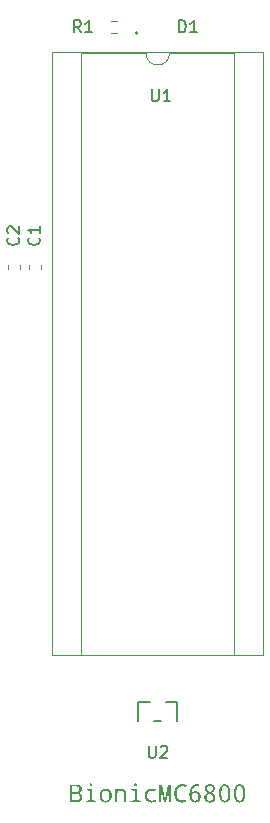
<source format=gbr>
G04 #@! TF.GenerationSoftware,KiCad,Pcbnew,7.0.11+dfsg-1build4*
G04 #@! TF.CreationDate,2024-10-25T09:24:53+09:00*
G04 #@! TF.ProjectId,bionic-mc6800,62696f6e-6963-42d6-9d63-363830302e6b,4*
G04 #@! TF.SameCoordinates,Original*
G04 #@! TF.FileFunction,Legend,Top*
G04 #@! TF.FilePolarity,Positive*
%FSLAX46Y46*%
G04 Gerber Fmt 4.6, Leading zero omitted, Abs format (unit mm)*
G04 Created by KiCad (PCBNEW 7.0.11+dfsg-1build4) date 2024-10-25 09:24:53*
%MOMM*%
%LPD*%
G01*
G04 APERTURE LIST*
%ADD10C,0.150000*%
%ADD11C,0.120000*%
%ADD12C,0.152400*%
G04 APERTURE END LIST*
D10*
G36*
X108018499Y-135669959D02*
G01*
X108035676Y-135670222D01*
X108052551Y-135670660D01*
X108069123Y-135671274D01*
X108085392Y-135672063D01*
X108101358Y-135673027D01*
X108117022Y-135674167D01*
X108132383Y-135675481D01*
X108147442Y-135676972D01*
X108162198Y-135678637D01*
X108190801Y-135682494D01*
X108218194Y-135687052D01*
X108244376Y-135692311D01*
X108269348Y-135698272D01*
X108293109Y-135704934D01*
X108315659Y-135712297D01*
X108336998Y-135720361D01*
X108357126Y-135729127D01*
X108376044Y-135738593D01*
X108393751Y-135748761D01*
X108410248Y-135759631D01*
X108425687Y-135771236D01*
X108440129Y-135783702D01*
X108453576Y-135797030D01*
X108466027Y-135811219D01*
X108477481Y-135826270D01*
X108487940Y-135842183D01*
X108497402Y-135858957D01*
X108505869Y-135876592D01*
X108513339Y-135895090D01*
X108519814Y-135914448D01*
X108525292Y-135934668D01*
X108529774Y-135955750D01*
X108533260Y-135977693D01*
X108535750Y-136000498D01*
X108537245Y-136024164D01*
X108537743Y-136048692D01*
X108537426Y-136064915D01*
X108536477Y-136080795D01*
X108534896Y-136096331D01*
X108532682Y-136111524D01*
X108529836Y-136126373D01*
X108526357Y-136140879D01*
X108522245Y-136155041D01*
X108514892Y-136175640D01*
X108506115Y-136195467D01*
X108495915Y-136214521D01*
X108484292Y-136232802D01*
X108471246Y-136250310D01*
X108461757Y-136261553D01*
X108456776Y-136267045D01*
X108446432Y-136277631D01*
X108435641Y-136287682D01*
X108424404Y-136297197D01*
X108412721Y-136306177D01*
X108400591Y-136314622D01*
X108388014Y-136322532D01*
X108374991Y-136329907D01*
X108361521Y-136336746D01*
X108347605Y-136343050D01*
X108333243Y-136348819D01*
X108318433Y-136354052D01*
X108303178Y-136358751D01*
X108287476Y-136362914D01*
X108271327Y-136366542D01*
X108254732Y-136369634D01*
X108237690Y-136372192D01*
X108237690Y-136382450D01*
X108258743Y-136386165D01*
X108279127Y-136390350D01*
X108298842Y-136395004D01*
X108317890Y-136400127D01*
X108336269Y-136405720D01*
X108353979Y-136411782D01*
X108371022Y-136418314D01*
X108387396Y-136425315D01*
X108403102Y-136432785D01*
X108418139Y-136440725D01*
X108432508Y-136449134D01*
X108446209Y-136458013D01*
X108459241Y-136467361D01*
X108471605Y-136477178D01*
X108483301Y-136487465D01*
X108494328Y-136498221D01*
X108504687Y-136509447D01*
X108514378Y-136521142D01*
X108523401Y-136533306D01*
X108531755Y-136545940D01*
X108539441Y-136559043D01*
X108546458Y-136572616D01*
X108552807Y-136586658D01*
X108558488Y-136601169D01*
X108563500Y-136616150D01*
X108567845Y-136631601D01*
X108571520Y-136647520D01*
X108574528Y-136663909D01*
X108576867Y-136680768D01*
X108578538Y-136698096D01*
X108579540Y-136715893D01*
X108579874Y-136734160D01*
X108579361Y-136759281D01*
X108577819Y-136783722D01*
X108575251Y-136807481D01*
X108571654Y-136830559D01*
X108567030Y-136852956D01*
X108561379Y-136874672D01*
X108554700Y-136895706D01*
X108546993Y-136916060D01*
X108538259Y-136935732D01*
X108528498Y-136954722D01*
X108517708Y-136973032D01*
X108505892Y-136990660D01*
X108493048Y-137007608D01*
X108479176Y-137023874D01*
X108464276Y-137039458D01*
X108448350Y-137054362D01*
X108431581Y-137068426D01*
X108414066Y-137081582D01*
X108395804Y-137093831D01*
X108376794Y-137105172D01*
X108357038Y-137115606D01*
X108336534Y-137125133D01*
X108315284Y-137133753D01*
X108293286Y-137141465D01*
X108270541Y-137148270D01*
X108247050Y-137154168D01*
X108222811Y-137159158D01*
X108197825Y-137163241D01*
X108172092Y-137166417D01*
X108145613Y-137168685D01*
X108118386Y-137170046D01*
X108090412Y-137170500D01*
X107547460Y-137170500D01*
X107547460Y-136466714D01*
X107740168Y-136466714D01*
X107740168Y-137006735D01*
X108056340Y-137006735D01*
X108076062Y-137006461D01*
X108095159Y-137005640D01*
X108113629Y-137004271D01*
X108131473Y-137002355D01*
X108148691Y-136999892D01*
X108165283Y-136996881D01*
X108181249Y-136993323D01*
X108196589Y-136989218D01*
X108211302Y-136984565D01*
X108225390Y-136979365D01*
X108251686Y-136967322D01*
X108275479Y-136953089D01*
X108296766Y-136936668D01*
X108315550Y-136918056D01*
X108331829Y-136897255D01*
X108345603Y-136874264D01*
X108356873Y-136849084D01*
X108365639Y-136821714D01*
X108369082Y-136807207D01*
X108371900Y-136792154D01*
X108374091Y-136776553D01*
X108375656Y-136760405D01*
X108376596Y-136743709D01*
X108376909Y-136726466D01*
X108376583Y-136710485D01*
X108375605Y-136695012D01*
X108373975Y-136680045D01*
X108368760Y-136651635D01*
X108360938Y-136625254D01*
X108350508Y-136600902D01*
X108337470Y-136578580D01*
X108321826Y-136558287D01*
X108303573Y-136540023D01*
X108282713Y-136523788D01*
X108259246Y-136509583D01*
X108233171Y-136497407D01*
X108219156Y-136492080D01*
X108204489Y-136487261D01*
X108189170Y-136482948D01*
X108173199Y-136479143D01*
X108156576Y-136475846D01*
X108139302Y-136473055D01*
X108121375Y-136470772D01*
X108102797Y-136468997D01*
X108083567Y-136467728D01*
X108063685Y-136466967D01*
X108043151Y-136466714D01*
X107740168Y-136466714D01*
X107547460Y-136466714D01*
X107547460Y-135833636D01*
X107740168Y-135833636D01*
X107740168Y-136302949D01*
X108032526Y-136302949D01*
X108052290Y-136302730D01*
X108071372Y-136302073D01*
X108089773Y-136300978D01*
X108107494Y-136299446D01*
X108124532Y-136297475D01*
X108140890Y-136295066D01*
X108156566Y-136292220D01*
X108171561Y-136288935D01*
X108185875Y-136285213D01*
X108206069Y-136278809D01*
X108224730Y-136271419D01*
X108241858Y-136263043D01*
X108257454Y-136253683D01*
X108266999Y-136246895D01*
X108280159Y-136235741D01*
X108292025Y-136223299D01*
X108302596Y-136209569D01*
X108311873Y-136194551D01*
X108319856Y-136178245D01*
X108326544Y-136160651D01*
X108331937Y-136141769D01*
X108336036Y-136121599D01*
X108338841Y-136100141D01*
X108339991Y-136085120D01*
X108340567Y-136069526D01*
X108340639Y-136061515D01*
X108340331Y-136046535D01*
X108338716Y-136025081D01*
X108335716Y-136004843D01*
X108331331Y-135985822D01*
X108325562Y-135968019D01*
X108318408Y-135951433D01*
X108309870Y-135936064D01*
X108299947Y-135921912D01*
X108288639Y-135908977D01*
X108275947Y-135897260D01*
X108261870Y-135886759D01*
X108246290Y-135877265D01*
X108229086Y-135868706D01*
X108210260Y-135861080D01*
X108189811Y-135854387D01*
X108175277Y-135850445D01*
X108160021Y-135846917D01*
X108144044Y-135843804D01*
X108127346Y-135841107D01*
X108109926Y-135838824D01*
X108091786Y-135836956D01*
X108072924Y-135835504D01*
X108053340Y-135834466D01*
X108033036Y-135833844D01*
X108012010Y-135833636D01*
X107740168Y-135833636D01*
X107547460Y-135833636D01*
X107547460Y-135669871D01*
X108001019Y-135669871D01*
X108018499Y-135669959D01*
G37*
G36*
X109320663Y-135576082D02*
G01*
X109340174Y-135577109D01*
X109357766Y-135580191D01*
X109373439Y-135585327D01*
X109387192Y-135592517D01*
X109399027Y-135601762D01*
X109408942Y-135613061D01*
X109416939Y-135626414D01*
X109423016Y-135641822D01*
X109427174Y-135659284D01*
X109429413Y-135678800D01*
X109429840Y-135692952D01*
X109429043Y-135710766D01*
X109426655Y-135727113D01*
X109422675Y-135741993D01*
X109415797Y-135757913D01*
X109406627Y-135771720D01*
X109397233Y-135781613D01*
X109384718Y-135791449D01*
X109371353Y-135799250D01*
X109357138Y-135805015D01*
X109342072Y-135808746D01*
X109326157Y-135810442D01*
X109320663Y-135810555D01*
X109300956Y-135809522D01*
X109283187Y-135806421D01*
X109267356Y-135801253D01*
X109253464Y-135794017D01*
X109241510Y-135784715D01*
X109231495Y-135773345D01*
X109223418Y-135759908D01*
X109217280Y-135744404D01*
X109213080Y-135726832D01*
X109210818Y-135707193D01*
X109210387Y-135692952D01*
X109211357Y-135672066D01*
X109214264Y-135653235D01*
X109219110Y-135636458D01*
X109225895Y-135621735D01*
X109234618Y-135609066D01*
X109245279Y-135598452D01*
X109257879Y-135589892D01*
X109272417Y-135583387D01*
X109288894Y-135578935D01*
X109307309Y-135576539D01*
X109320663Y-135576082D01*
G37*
G36*
X109226141Y-136192307D02*
G01*
X108948803Y-136170691D01*
X108948803Y-136045028D01*
X109413353Y-136045028D01*
X109413353Y-137023221D01*
X109776054Y-137043737D01*
X109776054Y-137170500D01*
X108871500Y-137170500D01*
X108871500Y-137043737D01*
X109226141Y-137023221D01*
X109226141Y-136192307D01*
G37*
G36*
X110591492Y-136022205D02*
G01*
X110618611Y-136024077D01*
X110645096Y-136027197D01*
X110670944Y-136031565D01*
X110696158Y-136037180D01*
X110720736Y-136044044D01*
X110744678Y-136052155D01*
X110767985Y-136061515D01*
X110790657Y-136072122D01*
X110812693Y-136083978D01*
X110834094Y-136097081D01*
X110854859Y-136111432D01*
X110874989Y-136127031D01*
X110894484Y-136143878D01*
X110913343Y-136161973D01*
X110931567Y-136181316D01*
X110948913Y-136201692D01*
X110965141Y-136222887D01*
X110980249Y-136244900D01*
X110994238Y-136267732D01*
X111007108Y-136291383D01*
X111018859Y-136315852D01*
X111029490Y-136341140D01*
X111039003Y-136367246D01*
X111047396Y-136394171D01*
X111054671Y-136421914D01*
X111060826Y-136450476D01*
X111063484Y-136465064D01*
X111065862Y-136479857D01*
X111067960Y-136494854D01*
X111069779Y-136510056D01*
X111071318Y-136525463D01*
X111072577Y-136541074D01*
X111073556Y-136556890D01*
X111074256Y-136572911D01*
X111074675Y-136589136D01*
X111074815Y-136605566D01*
X111074677Y-136622534D01*
X111074263Y-136639277D01*
X111073572Y-136655793D01*
X111072605Y-136672084D01*
X111071363Y-136688148D01*
X111069843Y-136703986D01*
X111068048Y-136719598D01*
X111065977Y-136734984D01*
X111063629Y-136750144D01*
X111061005Y-136765077D01*
X111058105Y-136779785D01*
X111054928Y-136794266D01*
X111051476Y-136808522D01*
X111043742Y-136836354D01*
X111034904Y-136863282D01*
X111024960Y-136889305D01*
X111013912Y-136914424D01*
X111001759Y-136938638D01*
X110988501Y-136961948D01*
X110974139Y-136984354D01*
X110958671Y-137005855D01*
X110942099Y-137026451D01*
X110933399Y-137036410D01*
X110915401Y-137055487D01*
X110896670Y-137073333D01*
X110877207Y-137089948D01*
X110857012Y-137105332D01*
X110836083Y-137119486D01*
X110814422Y-137132409D01*
X110792028Y-137144101D01*
X110768901Y-137154563D01*
X110745041Y-137163793D01*
X110720449Y-137171793D01*
X110695124Y-137178562D01*
X110669067Y-137184101D01*
X110642276Y-137188408D01*
X110614753Y-137191485D01*
X110586497Y-137193331D01*
X110557509Y-137193947D01*
X110529973Y-137193321D01*
X110503052Y-137191445D01*
X110476747Y-137188318D01*
X110451057Y-137183940D01*
X110425983Y-137178312D01*
X110401523Y-137171433D01*
X110377680Y-137163302D01*
X110354451Y-137153922D01*
X110331838Y-137143290D01*
X110309841Y-137131407D01*
X110288459Y-137118274D01*
X110267692Y-137103890D01*
X110247540Y-137088255D01*
X110228004Y-137071369D01*
X110209083Y-137053233D01*
X110190778Y-137033846D01*
X110173387Y-137013368D01*
X110157118Y-136992051D01*
X110141972Y-136969896D01*
X110127947Y-136946903D01*
X110115044Y-136923071D01*
X110103263Y-136898400D01*
X110092604Y-136872890D01*
X110083067Y-136846542D01*
X110074652Y-136819355D01*
X110067359Y-136791330D01*
X110064133Y-136777002D01*
X110061188Y-136762466D01*
X110058523Y-136747719D01*
X110056139Y-136732763D01*
X110054036Y-136717597D01*
X110052212Y-136702222D01*
X110050670Y-136686636D01*
X110049407Y-136670842D01*
X110048426Y-136654837D01*
X110047724Y-136638623D01*
X110047304Y-136622199D01*
X110047163Y-136605566D01*
X110240970Y-136605566D01*
X110241283Y-136632186D01*
X110242222Y-136657960D01*
X110243788Y-136682890D01*
X110245979Y-136706974D01*
X110248796Y-136730214D01*
X110252240Y-136752608D01*
X110256310Y-136774157D01*
X110261006Y-136794862D01*
X110266328Y-136814721D01*
X110272276Y-136833735D01*
X110278850Y-136851904D01*
X110286050Y-136869228D01*
X110293876Y-136885707D01*
X110302329Y-136901341D01*
X110311408Y-136916129D01*
X110321112Y-136930073D01*
X110331443Y-136943172D01*
X110342400Y-136955425D01*
X110353983Y-136966834D01*
X110366192Y-136977397D01*
X110379027Y-136987115D01*
X110392489Y-136995988D01*
X110406576Y-137004017D01*
X110421290Y-137011200D01*
X110436630Y-137017538D01*
X110452595Y-137023031D01*
X110469187Y-137027679D01*
X110486405Y-137031481D01*
X110504250Y-137034439D01*
X110522720Y-137036552D01*
X110541816Y-137037819D01*
X110561539Y-137038242D01*
X110581194Y-137037819D01*
X110600225Y-137036552D01*
X110618631Y-137034439D01*
X110636414Y-137031481D01*
X110653573Y-137027679D01*
X110670109Y-137023031D01*
X110686020Y-137017538D01*
X110701307Y-137011200D01*
X110715970Y-137004017D01*
X110730009Y-136995988D01*
X110743424Y-136987115D01*
X110756216Y-136977397D01*
X110768383Y-136966834D01*
X110779926Y-136955425D01*
X110790846Y-136943172D01*
X110801141Y-136930073D01*
X110810812Y-136916129D01*
X110819860Y-136901341D01*
X110828283Y-136885707D01*
X110836083Y-136869228D01*
X110843259Y-136851904D01*
X110849810Y-136833735D01*
X110855738Y-136814721D01*
X110861042Y-136794862D01*
X110865721Y-136774157D01*
X110869777Y-136752608D01*
X110873209Y-136730214D01*
X110876017Y-136706974D01*
X110878201Y-136682890D01*
X110879760Y-136657960D01*
X110880696Y-136632186D01*
X110881008Y-136605566D01*
X110880694Y-136579217D01*
X110879752Y-136553704D01*
X110878181Y-136529028D01*
X110875982Y-136505188D01*
X110873155Y-136482184D01*
X110869700Y-136460018D01*
X110865616Y-136438687D01*
X110860904Y-136418193D01*
X110855564Y-136398536D01*
X110849596Y-136379715D01*
X110842999Y-136361731D01*
X110835774Y-136344583D01*
X110827921Y-136328271D01*
X110819439Y-136312796D01*
X110810329Y-136298158D01*
X110800591Y-136284356D01*
X110790225Y-136271390D01*
X110779231Y-136259261D01*
X110767608Y-136247969D01*
X110755357Y-136237513D01*
X110742478Y-136227893D01*
X110728970Y-136219110D01*
X110714834Y-136211164D01*
X110700070Y-136204053D01*
X110684678Y-136197780D01*
X110668657Y-136192343D01*
X110652009Y-136187742D01*
X110634731Y-136183978D01*
X110616826Y-136181050D01*
X110598293Y-136178959D01*
X110579131Y-136177704D01*
X110559341Y-136177286D01*
X110539753Y-136177704D01*
X110520788Y-136178959D01*
X110502444Y-136181050D01*
X110484722Y-136183978D01*
X110467623Y-136187742D01*
X110451144Y-136192343D01*
X110435288Y-136197780D01*
X110420053Y-136204053D01*
X110405441Y-136211164D01*
X110391450Y-136219110D01*
X110378081Y-136227893D01*
X110365334Y-136237513D01*
X110353208Y-136247969D01*
X110341704Y-136259261D01*
X110330823Y-136271390D01*
X110320563Y-136284356D01*
X110310925Y-136298158D01*
X110301908Y-136312796D01*
X110293514Y-136328271D01*
X110285741Y-136344583D01*
X110278590Y-136361731D01*
X110272061Y-136379715D01*
X110266154Y-136398536D01*
X110260868Y-136418193D01*
X110256205Y-136438687D01*
X110252163Y-136460018D01*
X110248743Y-136482184D01*
X110245945Y-136505188D01*
X110243768Y-136529028D01*
X110242214Y-136553704D01*
X110241281Y-136579217D01*
X110240970Y-136605566D01*
X110047163Y-136605566D01*
X110047300Y-136588756D01*
X110047709Y-136572169D01*
X110048390Y-136555806D01*
X110049344Y-136539666D01*
X110050571Y-136523749D01*
X110052071Y-136508056D01*
X110053843Y-136492585D01*
X110055887Y-136477338D01*
X110058205Y-136462315D01*
X110060795Y-136447514D01*
X110063657Y-136432937D01*
X110066792Y-136418583D01*
X110073881Y-136390544D01*
X110082060Y-136363399D01*
X110091329Y-136337147D01*
X110101689Y-136311787D01*
X110113139Y-136287321D01*
X110125680Y-136263748D01*
X110139311Y-136241068D01*
X110154033Y-136219280D01*
X110169845Y-136198386D01*
X110186748Y-136178385D01*
X110204578Y-136159397D01*
X110223173Y-136141634D01*
X110242531Y-136125096D01*
X110262654Y-136109783D01*
X110283541Y-136095695D01*
X110305193Y-136082833D01*
X110327608Y-136071195D01*
X110350788Y-136060782D01*
X110374732Y-136051594D01*
X110399440Y-136043632D01*
X110424912Y-136036894D01*
X110451149Y-136031381D01*
X110478149Y-136027094D01*
X110505914Y-136024031D01*
X110534444Y-136022194D01*
X110563737Y-136021581D01*
X110591492Y-136022205D01*
G37*
G36*
X112103200Y-137170500D02*
G01*
X112103200Y-136444366D01*
X112102960Y-136427934D01*
X112102242Y-136412024D01*
X112101045Y-136396635D01*
X112099370Y-136381769D01*
X112094583Y-136353600D01*
X112087881Y-136327518D01*
X112079264Y-136303523D01*
X112068733Y-136281614D01*
X112056286Y-136261792D01*
X112041925Y-136244056D01*
X112025649Y-136228407D01*
X112007458Y-136214844D01*
X111987353Y-136203368D01*
X111965332Y-136193978D01*
X111941397Y-136186675D01*
X111915547Y-136181459D01*
X111887782Y-136178329D01*
X111858102Y-136177286D01*
X111838627Y-136177685D01*
X111819771Y-136178883D01*
X111801533Y-136180879D01*
X111783913Y-136183674D01*
X111766912Y-136187268D01*
X111750528Y-136191660D01*
X111734763Y-136196851D01*
X111719616Y-136202840D01*
X111705088Y-136209628D01*
X111691177Y-136217214D01*
X111677885Y-136225599D01*
X111665211Y-136234782D01*
X111653155Y-136244764D01*
X111641718Y-136255545D01*
X111630899Y-136267124D01*
X111620698Y-136279502D01*
X111611115Y-136292678D01*
X111602151Y-136306653D01*
X111593804Y-136321426D01*
X111586076Y-136336998D01*
X111578967Y-136353368D01*
X111572475Y-136370537D01*
X111566602Y-136388505D01*
X111561347Y-136407271D01*
X111556710Y-136426836D01*
X111552692Y-136447199D01*
X111549291Y-136468361D01*
X111546509Y-136490321D01*
X111544345Y-136513080D01*
X111542800Y-136536638D01*
X111541872Y-136560994D01*
X111541563Y-136586148D01*
X111541563Y-137170500D01*
X111353985Y-137170500D01*
X111353985Y-136045028D01*
X111505293Y-136045028D01*
X111533137Y-136194871D01*
X111543395Y-136194871D01*
X111557200Y-136173887D01*
X111572052Y-136154257D01*
X111587951Y-136135980D01*
X111604898Y-136119057D01*
X111622893Y-136103488D01*
X111641936Y-136089273D01*
X111662025Y-136076411D01*
X111683163Y-136064904D01*
X111705348Y-136054750D01*
X111728581Y-136045950D01*
X111752861Y-136038504D01*
X111778189Y-136032412D01*
X111804564Y-136027673D01*
X111831987Y-136024289D01*
X111860458Y-136022258D01*
X111889976Y-136021581D01*
X111914634Y-136021984D01*
X111938510Y-136023191D01*
X111961603Y-136025204D01*
X111983914Y-136028021D01*
X112005441Y-136031644D01*
X112026186Y-136036071D01*
X112046148Y-136041304D01*
X112065327Y-136047341D01*
X112083723Y-136054184D01*
X112101336Y-136061831D01*
X112118167Y-136070284D01*
X112134215Y-136079541D01*
X112149480Y-136089604D01*
X112163962Y-136100471D01*
X112177661Y-136112144D01*
X112190578Y-136124621D01*
X112202711Y-136137904D01*
X112214062Y-136151991D01*
X112224630Y-136166884D01*
X112234415Y-136182581D01*
X112243418Y-136199084D01*
X112251637Y-136216391D01*
X112259074Y-136234504D01*
X112265728Y-136253421D01*
X112271599Y-136273144D01*
X112276687Y-136293671D01*
X112280993Y-136315004D01*
X112284516Y-136337141D01*
X112287255Y-136360083D01*
X112289213Y-136383831D01*
X112290387Y-136408383D01*
X112290778Y-136433741D01*
X112290778Y-137170500D01*
X112103200Y-137170500D01*
G37*
G36*
X113101542Y-135576082D02*
G01*
X113121053Y-135577109D01*
X113138645Y-135580191D01*
X113154318Y-135585327D01*
X113168072Y-135592517D01*
X113179906Y-135601762D01*
X113189822Y-135613061D01*
X113197818Y-135626414D01*
X113203895Y-135641822D01*
X113208053Y-135659284D01*
X113210292Y-135678800D01*
X113210719Y-135692952D01*
X113209923Y-135710766D01*
X113207535Y-135727113D01*
X113203554Y-135741993D01*
X113196676Y-135757913D01*
X113187506Y-135771720D01*
X113178112Y-135781613D01*
X113165597Y-135791449D01*
X113152232Y-135799250D01*
X113138017Y-135805015D01*
X113122952Y-135808746D01*
X113107036Y-135810442D01*
X113101542Y-135810555D01*
X113081835Y-135809522D01*
X113064066Y-135806421D01*
X113048235Y-135801253D01*
X113034343Y-135794017D01*
X113022389Y-135784715D01*
X113012374Y-135773345D01*
X113004297Y-135759908D01*
X112998159Y-135744404D01*
X112993959Y-135726832D01*
X112991697Y-135707193D01*
X112991267Y-135692952D01*
X112992236Y-135672066D01*
X112995144Y-135653235D01*
X112999990Y-135636458D01*
X113006774Y-135621735D01*
X113015497Y-135609066D01*
X113026159Y-135598452D01*
X113038758Y-135589892D01*
X113053297Y-135583387D01*
X113069773Y-135578935D01*
X113088189Y-135576539D01*
X113101542Y-135576082D01*
G37*
G36*
X113007020Y-136192307D02*
G01*
X112729683Y-136170691D01*
X112729683Y-136045028D01*
X113194232Y-136045028D01*
X113194232Y-137023221D01*
X113556933Y-137043737D01*
X113556933Y-137170500D01*
X112652380Y-137170500D01*
X112652380Y-137043737D01*
X113007020Y-137023221D01*
X113007020Y-136192307D01*
G37*
G36*
X114802938Y-136082398D02*
G01*
X114739191Y-136245063D01*
X114719994Y-136237832D01*
X114701054Y-136231067D01*
X114682373Y-136224769D01*
X114663948Y-136218937D01*
X114645782Y-136213572D01*
X114627873Y-136208673D01*
X114610222Y-136204241D01*
X114592828Y-136200275D01*
X114575692Y-136196776D01*
X114558813Y-136193744D01*
X114542192Y-136191178D01*
X114525829Y-136189078D01*
X114509723Y-136187445D01*
X114493875Y-136186279D01*
X114478285Y-136185579D01*
X114462952Y-136185346D01*
X114439443Y-136185762D01*
X114416680Y-136187010D01*
X114394663Y-136189091D01*
X114373393Y-136192004D01*
X114352869Y-136195748D01*
X114333092Y-136200325D01*
X114314060Y-136205735D01*
X114295775Y-136211976D01*
X114278237Y-136219050D01*
X114261444Y-136226956D01*
X114245398Y-136235694D01*
X114230099Y-136245264D01*
X114215545Y-136255666D01*
X114201738Y-136266901D01*
X114188678Y-136278967D01*
X114176363Y-136291866D01*
X114164795Y-136305598D01*
X114153974Y-136320161D01*
X114143898Y-136335556D01*
X114134569Y-136351784D01*
X114125987Y-136368844D01*
X114118150Y-136386736D01*
X114111060Y-136405460D01*
X114104716Y-136425017D01*
X114099119Y-136445406D01*
X114094268Y-136466626D01*
X114090163Y-136488679D01*
X114086805Y-136511565D01*
X114084192Y-136535282D01*
X114082327Y-136559832D01*
X114081207Y-136585214D01*
X114080834Y-136611428D01*
X114081197Y-136637191D01*
X114082287Y-136662136D01*
X114084102Y-136686264D01*
X114086644Y-136709573D01*
X114089913Y-136732065D01*
X114093907Y-136753739D01*
X114098628Y-136774595D01*
X114104075Y-136794633D01*
X114110249Y-136813853D01*
X114117148Y-136832255D01*
X114124774Y-136849840D01*
X114133127Y-136866606D01*
X114142205Y-136882555D01*
X114152010Y-136897685D01*
X114162541Y-136911998D01*
X114173799Y-136925493D01*
X114185783Y-136938171D01*
X114198493Y-136950030D01*
X114211929Y-136961071D01*
X114226092Y-136971295D01*
X114240981Y-136980700D01*
X114256596Y-136989288D01*
X114272937Y-136997058D01*
X114290005Y-137004010D01*
X114307799Y-137010144D01*
X114326319Y-137015460D01*
X114345566Y-137019958D01*
X114365539Y-137023639D01*
X114386238Y-137026502D01*
X114407664Y-137028546D01*
X114429816Y-137029773D01*
X114452694Y-137030182D01*
X114472963Y-137029933D01*
X114493286Y-137029186D01*
X114513663Y-137027941D01*
X114534095Y-137026198D01*
X114554582Y-137023957D01*
X114575122Y-137021218D01*
X114595717Y-137017980D01*
X114616367Y-137014245D01*
X114637071Y-137010012D01*
X114657829Y-137005281D01*
X114678642Y-137000051D01*
X114699509Y-136994324D01*
X114720430Y-136988099D01*
X114741406Y-136981375D01*
X114762436Y-136974154D01*
X114783521Y-136966435D01*
X114783521Y-137131299D01*
X114766011Y-137138885D01*
X114748012Y-137145982D01*
X114729523Y-137152589D01*
X114710545Y-137158707D01*
X114691078Y-137164336D01*
X114671121Y-137169475D01*
X114650675Y-137174125D01*
X114629739Y-137178285D01*
X114608314Y-137181956D01*
X114586399Y-137185137D01*
X114563995Y-137187829D01*
X114541102Y-137190031D01*
X114517719Y-137191744D01*
X114493847Y-137192968D01*
X114469485Y-137193702D01*
X114444634Y-137193947D01*
X114428194Y-137193800D01*
X114411986Y-137193361D01*
X114396008Y-137192630D01*
X114380262Y-137191606D01*
X114364747Y-137190289D01*
X114349463Y-137188679D01*
X114334411Y-137186777D01*
X114319589Y-137184582D01*
X114304998Y-137182094D01*
X114276511Y-137176241D01*
X114248948Y-137169217D01*
X114222309Y-137161022D01*
X114196595Y-137151657D01*
X114171805Y-137141121D01*
X114147940Y-137129415D01*
X114124999Y-137116538D01*
X114102983Y-137102490D01*
X114081891Y-137087271D01*
X114061724Y-137070882D01*
X114042481Y-137053323D01*
X114033207Y-137044104D01*
X114015505Y-137024864D01*
X113998946Y-137004605D01*
X113983528Y-136983327D01*
X113969253Y-136961031D01*
X113956120Y-136937715D01*
X113944129Y-136913380D01*
X113933279Y-136888027D01*
X113923572Y-136861654D01*
X113915007Y-136834263D01*
X113907584Y-136805853D01*
X113904300Y-136791265D01*
X113901303Y-136776423D01*
X113898590Y-136761326D01*
X113896163Y-136745975D01*
X113894022Y-136730369D01*
X113892166Y-136714508D01*
X113890596Y-136698392D01*
X113889311Y-136682021D01*
X113888312Y-136665396D01*
X113887598Y-136648516D01*
X113887170Y-136631382D01*
X113887027Y-136613992D01*
X113887173Y-136596038D01*
X113887611Y-136578353D01*
X113888341Y-136560938D01*
X113889363Y-136543793D01*
X113890677Y-136526918D01*
X113892282Y-136510313D01*
X113894180Y-136493977D01*
X113896370Y-136477911D01*
X113898851Y-136462115D01*
X113901625Y-136446588D01*
X113904690Y-136431331D01*
X113908047Y-136416344D01*
X113911697Y-136401627D01*
X113915638Y-136387180D01*
X113919871Y-136373002D01*
X113929214Y-136345456D01*
X113939724Y-136318989D01*
X113951401Y-136293601D01*
X113964247Y-136269292D01*
X113978261Y-136246063D01*
X113993442Y-136223912D01*
X114009791Y-136202840D01*
X114027308Y-136182848D01*
X114036504Y-136173256D01*
X114055662Y-136154889D01*
X114075768Y-136137707D01*
X114096821Y-136121710D01*
X114118821Y-136106898D01*
X114141769Y-136093271D01*
X114165664Y-136080829D01*
X114190507Y-136069572D01*
X114216297Y-136059500D01*
X114243035Y-136050613D01*
X114270719Y-136042910D01*
X114299352Y-136036393D01*
X114314023Y-136033579D01*
X114328931Y-136031061D01*
X114344076Y-136028839D01*
X114359458Y-136026913D01*
X114375077Y-136025284D01*
X114390933Y-136023951D01*
X114407025Y-136022914D01*
X114423355Y-136022174D01*
X114439921Y-136021729D01*
X114456724Y-136021581D01*
X114479586Y-136021819D01*
X114502285Y-136022531D01*
X114524820Y-136023719D01*
X114547193Y-136025382D01*
X114569402Y-136027520D01*
X114591448Y-136030133D01*
X114613332Y-136033222D01*
X114635052Y-136036785D01*
X114656608Y-136040824D01*
X114678002Y-136045338D01*
X114699233Y-136050326D01*
X114720300Y-136055790D01*
X114741204Y-136061730D01*
X114761945Y-136068144D01*
X114782523Y-136075033D01*
X114802938Y-136082398D01*
G37*
G36*
X115518081Y-137170500D02*
G01*
X115231951Y-135857450D01*
X115223524Y-135851588D01*
X115224674Y-135868589D01*
X115225787Y-135885337D01*
X115226863Y-135901831D01*
X115227903Y-135918072D01*
X115228907Y-135934059D01*
X115229874Y-135949794D01*
X115230805Y-135965275D01*
X115231699Y-135980503D01*
X115232556Y-135995477D01*
X115233377Y-136010198D01*
X115234910Y-136038880D01*
X115236297Y-136066549D01*
X115237538Y-136093205D01*
X115238632Y-136118848D01*
X115239581Y-136143477D01*
X115240384Y-136167094D01*
X115241041Y-136189697D01*
X115241552Y-136211286D01*
X115241917Y-136231863D01*
X115242136Y-136251426D01*
X115242209Y-136269976D01*
X115242209Y-137170500D01*
X115086504Y-137170500D01*
X115086504Y-135669871D01*
X115341127Y-135669871D01*
X115596483Y-136892429D01*
X115602711Y-136892429D01*
X115860265Y-135669871D01*
X116120017Y-135669871D01*
X116120017Y-137170500D01*
X115962114Y-137170500D01*
X115962114Y-136256787D01*
X115962243Y-136235378D01*
X115962472Y-136219224D01*
X115962816Y-136201564D01*
X115963274Y-136182399D01*
X115963846Y-136161728D01*
X115964533Y-136139551D01*
X115965334Y-136115869D01*
X115966250Y-136090682D01*
X115967281Y-136063989D01*
X115968426Y-136035790D01*
X115969041Y-136021126D01*
X115969685Y-136006086D01*
X115970358Y-135990669D01*
X115971059Y-135974876D01*
X115971789Y-135958707D01*
X115972547Y-135942161D01*
X115973334Y-135925239D01*
X115974150Y-135907940D01*
X115974994Y-135890265D01*
X115975867Y-135872214D01*
X115976769Y-135853786D01*
X115968709Y-135853786D01*
X115677083Y-137170500D01*
X115518081Y-137170500D01*
G37*
G36*
X117388371Y-136965336D02*
G01*
X117388371Y-137132764D01*
X117369284Y-137140173D01*
X117349668Y-137147104D01*
X117329522Y-137153557D01*
X117308847Y-137159531D01*
X117287642Y-137165028D01*
X117265908Y-137170047D01*
X117243644Y-137174588D01*
X117220851Y-137178651D01*
X117197528Y-137182236D01*
X117173675Y-137185343D01*
X117149294Y-137187972D01*
X117124382Y-137190123D01*
X117098941Y-137191796D01*
X117072971Y-137192991D01*
X117046471Y-137193708D01*
X117019442Y-137193947D01*
X116999690Y-137193750D01*
X116980229Y-137193158D01*
X116961061Y-137192173D01*
X116942185Y-137190793D01*
X116923600Y-137189018D01*
X116905308Y-137186850D01*
X116887307Y-137184287D01*
X116869599Y-137181330D01*
X116852182Y-137177979D01*
X116835058Y-137174233D01*
X116818225Y-137170093D01*
X116801684Y-137165559D01*
X116785435Y-137160631D01*
X116769478Y-137155308D01*
X116753813Y-137149591D01*
X116738440Y-137143480D01*
X116723359Y-137136975D01*
X116708570Y-137130075D01*
X116694073Y-137122781D01*
X116679868Y-137115093D01*
X116665955Y-137107010D01*
X116652333Y-137098533D01*
X116639004Y-137089662D01*
X116625967Y-137080397D01*
X116613221Y-137070737D01*
X116600768Y-137060683D01*
X116588606Y-137050235D01*
X116576736Y-137039393D01*
X116565159Y-137028156D01*
X116553873Y-137016525D01*
X116542879Y-137004500D01*
X116532177Y-136992080D01*
X116521786Y-136979298D01*
X116511725Y-136966184D01*
X116501994Y-136952739D01*
X116492593Y-136938963D01*
X116483521Y-136924855D01*
X116474780Y-136910417D01*
X116466368Y-136895647D01*
X116458286Y-136880545D01*
X116450534Y-136865112D01*
X116443112Y-136849348D01*
X116436020Y-136833253D01*
X116429258Y-136816826D01*
X116422825Y-136800068D01*
X116416722Y-136782979D01*
X116410950Y-136765559D01*
X116405507Y-136747807D01*
X116400394Y-136729724D01*
X116395611Y-136711309D01*
X116391157Y-136692563D01*
X116387034Y-136673486D01*
X116383241Y-136654078D01*
X116379777Y-136634338D01*
X116376643Y-136614267D01*
X116373839Y-136593865D01*
X116371365Y-136573131D01*
X116369221Y-136552067D01*
X116367407Y-136530670D01*
X116365922Y-136508943D01*
X116364768Y-136486884D01*
X116363943Y-136464494D01*
X116363448Y-136441773D01*
X116363283Y-136418720D01*
X116363463Y-136396586D01*
X116364003Y-136374742D01*
X116364903Y-136353189D01*
X116366163Y-136331926D01*
X116367782Y-136310954D01*
X116369762Y-136290272D01*
X116372102Y-136269881D01*
X116374801Y-136249780D01*
X116377860Y-136229970D01*
X116381280Y-136210451D01*
X116385059Y-136191221D01*
X116389198Y-136172283D01*
X116393697Y-136153635D01*
X116398556Y-136135277D01*
X116403775Y-136117210D01*
X116409354Y-136099434D01*
X116415292Y-136081948D01*
X116421591Y-136064752D01*
X116428250Y-136047847D01*
X116435268Y-136031233D01*
X116442647Y-136014909D01*
X116450385Y-135998875D01*
X116458483Y-135983132D01*
X116466942Y-135967680D01*
X116475760Y-135952518D01*
X116484938Y-135937647D01*
X116494476Y-135923066D01*
X116504374Y-135908775D01*
X116514632Y-135894775D01*
X116525249Y-135881066D01*
X116536227Y-135867647D01*
X116547565Y-135854519D01*
X116559237Y-135841716D01*
X116571172Y-135829320D01*
X116583371Y-135817330D01*
X116595833Y-135805747D01*
X116608559Y-135794570D01*
X116621547Y-135783799D01*
X116634799Y-135773435D01*
X116648315Y-135763478D01*
X116662094Y-135753926D01*
X116676136Y-135744781D01*
X116690441Y-135736043D01*
X116705010Y-135727711D01*
X116719842Y-135719786D01*
X116734937Y-135712267D01*
X116750296Y-135705154D01*
X116765918Y-135698448D01*
X116781803Y-135692148D01*
X116797952Y-135686255D01*
X116814364Y-135680768D01*
X116831039Y-135675687D01*
X116847978Y-135671013D01*
X116865180Y-135666746D01*
X116882645Y-135662885D01*
X116900373Y-135659430D01*
X116918365Y-135656382D01*
X116936621Y-135653740D01*
X116955139Y-135651505D01*
X116973921Y-135649676D01*
X116992966Y-135648253D01*
X117012275Y-135647237D01*
X117031847Y-135646627D01*
X117051682Y-135646424D01*
X117079799Y-135646770D01*
X117107455Y-135647809D01*
X117134650Y-135649541D01*
X117161385Y-135651965D01*
X117187659Y-135655082D01*
X117213472Y-135658892D01*
X117238824Y-135663394D01*
X117263715Y-135668589D01*
X117288146Y-135674477D01*
X117312115Y-135681057D01*
X117335624Y-135688330D01*
X117358672Y-135696295D01*
X117381259Y-135704954D01*
X117403386Y-135714305D01*
X117425051Y-135724348D01*
X117446256Y-135735084D01*
X117366022Y-135895918D01*
X117346161Y-135886158D01*
X117326329Y-135877028D01*
X117306525Y-135868527D01*
X117286750Y-135860656D01*
X117267004Y-135853414D01*
X117247286Y-135846802D01*
X117227597Y-135840820D01*
X117207936Y-135835468D01*
X117188304Y-135830745D01*
X117168701Y-135826652D01*
X117149126Y-135823189D01*
X117129580Y-135820356D01*
X117110063Y-135818152D01*
X117090574Y-135816577D01*
X117071113Y-135815633D01*
X117051682Y-135815318D01*
X117024326Y-135815955D01*
X116997672Y-135817865D01*
X116971719Y-135821050D01*
X116946467Y-135825508D01*
X116921916Y-135831239D01*
X116898066Y-135838244D01*
X116874918Y-135846523D01*
X116852471Y-135856076D01*
X116830726Y-135866902D01*
X116809681Y-135879002D01*
X116789338Y-135892376D01*
X116769696Y-135907024D01*
X116750755Y-135922945D01*
X116732516Y-135940140D01*
X116714977Y-135958608D01*
X116698140Y-135978350D01*
X116682169Y-135999181D01*
X116667228Y-136020917D01*
X116653318Y-136043557D01*
X116640438Y-136067102D01*
X116628588Y-136091551D01*
X116617769Y-136116905D01*
X116607980Y-136143163D01*
X116599222Y-136170325D01*
X116591494Y-136198392D01*
X116588016Y-136212765D01*
X116584796Y-136227363D01*
X116581834Y-136242188D01*
X116579129Y-136257239D01*
X116576682Y-136272516D01*
X116574492Y-136288020D01*
X116572560Y-136303749D01*
X116570886Y-136319704D01*
X116569469Y-136335886D01*
X116568310Y-136352294D01*
X116567408Y-136368927D01*
X116566764Y-136385787D01*
X116566378Y-136402873D01*
X116566249Y-136420185D01*
X116566370Y-136438504D01*
X116566731Y-136456549D01*
X116567334Y-136474319D01*
X116568178Y-136491815D01*
X116569263Y-136509038D01*
X116570590Y-136525986D01*
X116572157Y-136542660D01*
X116573966Y-136559060D01*
X116576015Y-136575187D01*
X116578306Y-136591039D01*
X116580838Y-136606617D01*
X116583611Y-136621921D01*
X116586626Y-136636950D01*
X116589881Y-136651706D01*
X116593378Y-136666188D01*
X116597115Y-136680396D01*
X116605314Y-136707989D01*
X116614478Y-136734486D01*
X116624606Y-136759887D01*
X116635698Y-136784191D01*
X116647755Y-136807400D01*
X116660777Y-136829512D01*
X116674763Y-136850528D01*
X116689714Y-136870447D01*
X116705638Y-136889169D01*
X116722452Y-136906683D01*
X116740156Y-136922989D01*
X116758751Y-136938087D01*
X116778235Y-136951978D01*
X116798610Y-136964660D01*
X116819875Y-136976135D01*
X116842030Y-136986401D01*
X116865075Y-136995460D01*
X116889010Y-137003311D01*
X116913836Y-137009955D01*
X116939551Y-137015390D01*
X116966157Y-137019618D01*
X116993653Y-137022637D01*
X117022039Y-137024449D01*
X117051315Y-137025053D01*
X117068346Y-137024820D01*
X117085914Y-137024120D01*
X117104020Y-137022953D01*
X117122665Y-137021321D01*
X117141848Y-137019221D01*
X117161568Y-137016655D01*
X117181827Y-137013623D01*
X117202624Y-137010124D01*
X117223959Y-137006158D01*
X117245832Y-137001726D01*
X117268243Y-136996827D01*
X117291192Y-136991462D01*
X117314680Y-136985630D01*
X117338705Y-136979332D01*
X117363269Y-136972567D01*
X117388371Y-136965336D01*
G37*
G36*
X118327377Y-135646595D02*
G01*
X118346519Y-135647107D01*
X118365004Y-135647960D01*
X118382832Y-135649155D01*
X118400003Y-135650691D01*
X118416518Y-135652568D01*
X118432375Y-135654786D01*
X118447576Y-135657346D01*
X118462119Y-135660248D01*
X118480489Y-135664647D01*
X118484899Y-135665841D01*
X118484899Y-135825576D01*
X118466197Y-135821025D01*
X118451667Y-135818010D01*
X118436706Y-135815337D01*
X118421314Y-135813004D01*
X118405489Y-135811013D01*
X118389234Y-135809364D01*
X118372547Y-135808055D01*
X118355428Y-135807088D01*
X118337878Y-135806462D01*
X118319896Y-135806178D01*
X118313807Y-135806159D01*
X118285403Y-135806723D01*
X118257896Y-135808414D01*
X118231285Y-135811234D01*
X118205569Y-135815181D01*
X118180749Y-135820255D01*
X118156825Y-135826458D01*
X118133797Y-135833788D01*
X118111665Y-135842246D01*
X118090429Y-135851831D01*
X118070089Y-135862545D01*
X118050644Y-135874386D01*
X118032096Y-135887354D01*
X118014443Y-135901451D01*
X117997686Y-135916675D01*
X117981825Y-135933027D01*
X117966860Y-135950506D01*
X117952801Y-135969165D01*
X117939566Y-135989146D01*
X117927155Y-136010450D01*
X117915569Y-136033076D01*
X117904807Y-136057024D01*
X117894869Y-136082295D01*
X117885756Y-136108887D01*
X117877467Y-136136803D01*
X117873632Y-136151256D01*
X117870002Y-136166040D01*
X117866579Y-136181155D01*
X117863362Y-136196600D01*
X117860351Y-136212376D01*
X117857546Y-136228483D01*
X117854947Y-136244920D01*
X117852554Y-136261687D01*
X117850367Y-136278785D01*
X117848387Y-136296214D01*
X117846612Y-136313973D01*
X117845044Y-136332063D01*
X117843681Y-136350484D01*
X117842525Y-136369235D01*
X117841575Y-136388317D01*
X117840830Y-136407729D01*
X117853287Y-136407729D01*
X117865985Y-136386523D01*
X117879625Y-136366685D01*
X117894207Y-136348215D01*
X117909730Y-136331113D01*
X117926195Y-136315380D01*
X117943601Y-136301014D01*
X117961950Y-136288017D01*
X117981240Y-136276387D01*
X118001471Y-136266126D01*
X118022644Y-136257234D01*
X118044759Y-136249709D01*
X118067816Y-136243552D01*
X118091814Y-136238764D01*
X118116754Y-136235343D01*
X118142636Y-136233291D01*
X118169459Y-136232607D01*
X118194216Y-136233085D01*
X118218294Y-136234519D01*
X118241695Y-136236909D01*
X118264416Y-136240255D01*
X118286460Y-136244557D01*
X118307825Y-136249815D01*
X118328511Y-136256029D01*
X118348520Y-136263198D01*
X118367850Y-136271324D01*
X118386501Y-136280406D01*
X118404475Y-136290444D01*
X118421770Y-136301438D01*
X118438386Y-136313387D01*
X118454325Y-136326293D01*
X118469585Y-136340155D01*
X118484166Y-136354973D01*
X118497963Y-136370618D01*
X118510871Y-136386961D01*
X118522888Y-136404002D01*
X118534015Y-136421743D01*
X118544251Y-136440181D01*
X118553598Y-136459318D01*
X118562054Y-136479153D01*
X118569621Y-136499687D01*
X118576297Y-136520918D01*
X118582083Y-136542849D01*
X118586979Y-136565478D01*
X118590984Y-136588805D01*
X118594100Y-136612830D01*
X118596325Y-136637554D01*
X118597660Y-136662976D01*
X118598105Y-136689097D01*
X118597620Y-136718018D01*
X118596165Y-136746164D01*
X118593739Y-136773534D01*
X118590343Y-136800128D01*
X118585977Y-136825947D01*
X118580640Y-136850990D01*
X118574333Y-136875257D01*
X118567056Y-136898749D01*
X118558809Y-136921465D01*
X118549591Y-136943405D01*
X118539403Y-136964570D01*
X118528244Y-136984959D01*
X118516116Y-137004572D01*
X118503017Y-137023410D01*
X118488947Y-137041472D01*
X118473908Y-137058758D01*
X118458051Y-137075129D01*
X118441530Y-137090443D01*
X118424346Y-137104701D01*
X118406497Y-137117903D01*
X118387984Y-137130049D01*
X118368807Y-137141139D01*
X118348966Y-137151172D01*
X118328461Y-137160150D01*
X118307292Y-137168071D01*
X118285459Y-137174936D01*
X118262962Y-137180745D01*
X118239801Y-137185498D01*
X118215976Y-137189194D01*
X118191487Y-137191834D01*
X118166334Y-137193419D01*
X118140516Y-137193947D01*
X118112800Y-137193270D01*
X118085797Y-137191239D01*
X118059506Y-137187855D01*
X118033927Y-137183116D01*
X118009062Y-137177024D01*
X117984909Y-137169578D01*
X117961469Y-137160778D01*
X117938741Y-137150624D01*
X117916727Y-137139117D01*
X117895424Y-137126255D01*
X117874835Y-137112040D01*
X117854958Y-137096471D01*
X117835794Y-137079548D01*
X117817343Y-137061271D01*
X117799604Y-137041641D01*
X117782579Y-137020657D01*
X117766430Y-136998388D01*
X117751323Y-136974998D01*
X117737258Y-136950486D01*
X117724235Y-136924852D01*
X117712254Y-136898096D01*
X117706654Y-136884297D01*
X117701314Y-136870218D01*
X117696235Y-136855858D01*
X117691417Y-136841218D01*
X117686859Y-136826297D01*
X117682561Y-136811096D01*
X117678524Y-136795614D01*
X117674747Y-136779852D01*
X117671231Y-136763809D01*
X117667975Y-136747486D01*
X117664980Y-136730882D01*
X117662245Y-136713998D01*
X117659771Y-136696833D01*
X117657557Y-136679388D01*
X117655603Y-136661662D01*
X117654703Y-136652094D01*
X117836800Y-136652094D01*
X117837125Y-136671391D01*
X117838100Y-136690356D01*
X117839724Y-136708989D01*
X117841998Y-136727290D01*
X117844922Y-136745259D01*
X117848496Y-136762896D01*
X117852719Y-136780201D01*
X117857592Y-136797174D01*
X117863114Y-136813815D01*
X117869287Y-136830124D01*
X117876109Y-136846101D01*
X117883581Y-136861746D01*
X117891702Y-136877059D01*
X117900473Y-136892040D01*
X117909894Y-136906689D01*
X117919965Y-136921005D01*
X117930608Y-136934714D01*
X117941655Y-136947538D01*
X117953105Y-136959478D01*
X117964959Y-136970533D01*
X117977217Y-136980704D01*
X117989878Y-136989991D01*
X118002942Y-136998393D01*
X118016411Y-137005910D01*
X118030282Y-137012544D01*
X118044558Y-137018292D01*
X118059237Y-137023157D01*
X118074319Y-137027137D01*
X118089805Y-137030232D01*
X118105695Y-137032443D01*
X118121988Y-137033770D01*
X118138685Y-137034212D01*
X118154810Y-137033860D01*
X118170490Y-137032804D01*
X118185722Y-137031044D01*
X118200509Y-137028579D01*
X118214848Y-137025411D01*
X118235521Y-137019338D01*
X118255188Y-137011681D01*
X118273852Y-137002439D01*
X118291510Y-136991614D01*
X118308164Y-136979204D01*
X118323813Y-136965210D01*
X118338458Y-136949631D01*
X118343116Y-136944086D01*
X118356276Y-136926521D01*
X118364330Y-136914071D01*
X118371809Y-136901027D01*
X118378713Y-136887392D01*
X118385041Y-136873164D01*
X118390794Y-136858343D01*
X118395972Y-136842930D01*
X118400575Y-136826925D01*
X118404602Y-136810327D01*
X118408054Y-136793136D01*
X118410930Y-136775353D01*
X118413231Y-136756978D01*
X118414957Y-136738010D01*
X118416108Y-136718449D01*
X118416683Y-136698296D01*
X118416755Y-136687998D01*
X118416479Y-136669718D01*
X118415650Y-136651974D01*
X118414269Y-136634765D01*
X118412336Y-136618091D01*
X118409850Y-136601952D01*
X118406812Y-136586349D01*
X118403221Y-136571281D01*
X118399078Y-136556748D01*
X118394383Y-136542750D01*
X118386304Y-136522757D01*
X118376982Y-136503968D01*
X118366417Y-136486384D01*
X118354609Y-136470004D01*
X118346047Y-136459753D01*
X118332326Y-136445480D01*
X118317543Y-136432610D01*
X118301698Y-136421145D01*
X118284790Y-136411084D01*
X118266819Y-136402426D01*
X118247785Y-136395173D01*
X118227689Y-136389323D01*
X118206531Y-136384877D01*
X118191835Y-136382693D01*
X118176666Y-136381133D01*
X118161026Y-136380197D01*
X118144913Y-136379885D01*
X118128728Y-136380210D01*
X118112873Y-136381185D01*
X118097347Y-136382809D01*
X118082150Y-136385083D01*
X118067282Y-136388007D01*
X118052744Y-136391580D01*
X118038534Y-136395804D01*
X118024654Y-136400677D01*
X118004450Y-136409204D01*
X117984988Y-136419194D01*
X117966266Y-136430645D01*
X117954196Y-136439092D01*
X117942455Y-136448188D01*
X117931043Y-136457934D01*
X117925461Y-136463050D01*
X117914724Y-136473491D01*
X117899919Y-136489497D01*
X117886672Y-136505915D01*
X117874983Y-136522745D01*
X117864853Y-136539987D01*
X117856281Y-136557641D01*
X117849268Y-136575707D01*
X117843814Y-136594186D01*
X117839917Y-136613076D01*
X117837580Y-136632379D01*
X117836800Y-136652094D01*
X117654703Y-136652094D01*
X117653910Y-136643656D01*
X117652478Y-136625370D01*
X117651306Y-136606802D01*
X117650394Y-136587955D01*
X117649743Y-136568826D01*
X117649352Y-136549418D01*
X117649222Y-136529728D01*
X117649865Y-136475384D01*
X117651794Y-136422766D01*
X117655008Y-136371872D01*
X117659509Y-136322704D01*
X117665295Y-136275261D01*
X117672367Y-136229543D01*
X117680725Y-136185550D01*
X117690369Y-136143283D01*
X117701299Y-136102740D01*
X117713515Y-136063923D01*
X117727016Y-136026832D01*
X117741803Y-135991465D01*
X117757877Y-135957823D01*
X117775236Y-135925907D01*
X117793880Y-135895716D01*
X117813811Y-135867250D01*
X117835028Y-135840510D01*
X117857530Y-135815494D01*
X117881318Y-135792204D01*
X117906393Y-135770639D01*
X117932752Y-135750799D01*
X117960398Y-135732684D01*
X117989330Y-135716295D01*
X118019548Y-135701631D01*
X118051051Y-135688692D01*
X118083840Y-135677478D01*
X118117915Y-135667989D01*
X118153276Y-135660226D01*
X118189923Y-135654188D01*
X118227856Y-135649875D01*
X118267074Y-135647287D01*
X118307579Y-135646424D01*
X118327377Y-135646595D01*
G37*
G36*
X119407029Y-135646805D02*
G01*
X119429901Y-135647947D01*
X119452206Y-135649850D01*
X119473945Y-135652515D01*
X119495117Y-135655941D01*
X119515722Y-135660128D01*
X119535760Y-135665077D01*
X119555232Y-135670787D01*
X119574137Y-135677259D01*
X119592475Y-135684492D01*
X119610247Y-135692486D01*
X119627452Y-135701241D01*
X119644090Y-135710758D01*
X119660161Y-135721037D01*
X119675666Y-135732076D01*
X119690604Y-135743877D01*
X119704845Y-135756326D01*
X119718167Y-135769311D01*
X119730570Y-135782830D01*
X119742055Y-135796885D01*
X119752621Y-135811476D01*
X119762268Y-135826601D01*
X119770996Y-135842262D01*
X119778806Y-135858457D01*
X119785697Y-135875189D01*
X119791669Y-135892455D01*
X119796722Y-135910256D01*
X119800856Y-135928593D01*
X119804072Y-135947465D01*
X119806369Y-135966873D01*
X119807747Y-135986815D01*
X119808207Y-136007293D01*
X119807152Y-136036336D01*
X119803988Y-136064572D01*
X119798714Y-136092000D01*
X119791331Y-136118622D01*
X119781838Y-136144436D01*
X119770236Y-136169443D01*
X119756525Y-136193644D01*
X119740704Y-136217036D01*
X119722774Y-136239622D01*
X119713017Y-136250612D01*
X119702734Y-136261401D01*
X119691923Y-136271988D01*
X119680584Y-136282372D01*
X119668719Y-136292555D01*
X119656326Y-136302537D01*
X119643405Y-136312316D01*
X119629958Y-136321894D01*
X119615982Y-136331270D01*
X119601480Y-136340444D01*
X119586450Y-136349416D01*
X119570893Y-136358187D01*
X119554808Y-136366756D01*
X119538196Y-136375123D01*
X119557783Y-136385500D01*
X119576749Y-136396025D01*
X119595092Y-136406698D01*
X119612814Y-136417518D01*
X119629914Y-136428485D01*
X119646392Y-136439600D01*
X119662249Y-136450862D01*
X119677483Y-136462272D01*
X119692096Y-136473829D01*
X119706087Y-136485533D01*
X119719456Y-136497385D01*
X119732203Y-136509384D01*
X119744329Y-136521530D01*
X119755832Y-136533824D01*
X119766714Y-136546266D01*
X119776974Y-136558854D01*
X119786612Y-136571591D01*
X119795629Y-136584474D01*
X119804023Y-136597505D01*
X119811796Y-136610683D01*
X119818947Y-136624009D01*
X119825476Y-136637482D01*
X119831383Y-136651103D01*
X119836669Y-136664871D01*
X119841332Y-136678786D01*
X119848794Y-136707059D01*
X119853769Y-136735922D01*
X119855323Y-136750574D01*
X119856256Y-136765374D01*
X119856567Y-136780322D01*
X119856059Y-136803391D01*
X119854535Y-136825888D01*
X119851994Y-136847813D01*
X119848438Y-136869165D01*
X119843866Y-136889945D01*
X119838277Y-136910152D01*
X119831673Y-136929787D01*
X119824052Y-136948849D01*
X119815415Y-136967339D01*
X119805762Y-136985257D01*
X119795093Y-137002602D01*
X119783408Y-137019374D01*
X119770707Y-137035574D01*
X119756990Y-137051202D01*
X119742257Y-137066257D01*
X119726507Y-137080740D01*
X119709969Y-137094449D01*
X119692779Y-137107273D01*
X119674936Y-137119213D01*
X119656440Y-137130268D01*
X119637292Y-137140439D01*
X119617491Y-137149726D01*
X119597038Y-137158128D01*
X119575932Y-137165645D01*
X119554173Y-137172278D01*
X119531762Y-137178027D01*
X119508698Y-137182891D01*
X119484982Y-137186871D01*
X119460613Y-137189967D01*
X119435591Y-137192178D01*
X119409917Y-137193505D01*
X119383590Y-137193947D01*
X119356173Y-137193530D01*
X119329517Y-137192281D01*
X119303623Y-137190199D01*
X119278490Y-137187284D01*
X119254118Y-137183535D01*
X119230507Y-137178955D01*
X119207658Y-137173541D01*
X119185571Y-137167294D01*
X119164244Y-137160214D01*
X119143679Y-137152301D01*
X119123875Y-137143556D01*
X119104833Y-137133978D01*
X119086552Y-137123566D01*
X119069032Y-137112322D01*
X119052274Y-137100245D01*
X119036277Y-137087335D01*
X119021193Y-137073632D01*
X119007082Y-137059268D01*
X118993945Y-137044243D01*
X118981780Y-137028556D01*
X118970589Y-137012209D01*
X118960371Y-136995200D01*
X118951126Y-136977530D01*
X118942854Y-136959199D01*
X118935556Y-136940207D01*
X118929230Y-136920553D01*
X118923878Y-136900239D01*
X118919498Y-136879263D01*
X118916092Y-136857626D01*
X118913660Y-136835328D01*
X118912200Y-136812368D01*
X118911713Y-136788748D01*
X118911726Y-136788015D01*
X119094895Y-136788015D01*
X119095173Y-136803162D01*
X119096006Y-136817828D01*
X119099338Y-136845718D01*
X119104890Y-136871684D01*
X119112664Y-136895726D01*
X119122659Y-136917846D01*
X119134875Y-136938041D01*
X119149312Y-136956314D01*
X119165970Y-136972663D01*
X119184849Y-136987088D01*
X119205950Y-136999591D01*
X119229271Y-137010169D01*
X119254813Y-137018825D01*
X119282577Y-137025557D01*
X119297292Y-137028201D01*
X119312562Y-137030365D01*
X119328387Y-137032048D01*
X119344767Y-137033250D01*
X119361703Y-137033972D01*
X119379194Y-137034212D01*
X119396485Y-137033950D01*
X119413277Y-137033164D01*
X119429572Y-137031855D01*
X119445369Y-137030022D01*
X119460667Y-137027665D01*
X119475468Y-137024784D01*
X119489770Y-137021379D01*
X119510290Y-137015290D01*
X119529690Y-137008023D01*
X119547968Y-136999577D01*
X119565127Y-136989952D01*
X119581165Y-136979149D01*
X119596082Y-136967167D01*
X119609831Y-136954067D01*
X119622228Y-136940046D01*
X119633273Y-136925104D01*
X119642965Y-136909242D01*
X119651305Y-136892458D01*
X119658292Y-136874753D01*
X119663927Y-136856128D01*
X119668210Y-136836581D01*
X119671140Y-136816114D01*
X119672718Y-136794726D01*
X119673018Y-136779955D01*
X119672448Y-136762831D01*
X119670738Y-136746081D01*
X119667889Y-136729704D01*
X119663899Y-136713700D01*
X119658770Y-136698071D01*
X119652500Y-136682814D01*
X119645091Y-136667931D01*
X119636542Y-136653422D01*
X119626853Y-136639286D01*
X119616024Y-136625524D01*
X119608172Y-136616557D01*
X119595214Y-136603123D01*
X119580660Y-136589612D01*
X119564509Y-136576023D01*
X119552854Y-136566922D01*
X119540489Y-136557785D01*
X119527414Y-136548615D01*
X119513630Y-136539410D01*
X119499135Y-136530171D01*
X119483931Y-136520897D01*
X119468017Y-136511589D01*
X119451394Y-136502247D01*
X119434060Y-136492870D01*
X119416017Y-136483459D01*
X119397263Y-136474014D01*
X119387620Y-136469278D01*
X119356846Y-136454990D01*
X119340730Y-136462835D01*
X119325125Y-136470845D01*
X119310032Y-136479021D01*
X119295451Y-136487362D01*
X119281382Y-136495868D01*
X119267824Y-136504539D01*
X119254777Y-136513376D01*
X119242243Y-136522378D01*
X119230219Y-136531546D01*
X119218708Y-136540878D01*
X119197220Y-136560039D01*
X119177778Y-136579862D01*
X119160383Y-136600345D01*
X119145034Y-136621490D01*
X119131732Y-136643296D01*
X119120476Y-136665763D01*
X119111267Y-136688891D01*
X119104105Y-136712680D01*
X119098988Y-136737131D01*
X119095919Y-136762242D01*
X119094895Y-136788015D01*
X118911726Y-136788015D01*
X118911997Y-136772314D01*
X118912848Y-136756124D01*
X118914267Y-136740177D01*
X118916253Y-136724474D01*
X118918806Y-136709014D01*
X118921927Y-136693797D01*
X118925615Y-136678823D01*
X118929871Y-136664092D01*
X118934694Y-136649605D01*
X118940085Y-136635362D01*
X118946043Y-136621361D01*
X118952569Y-136607604D01*
X118959662Y-136594090D01*
X118967322Y-136580819D01*
X118975550Y-136567792D01*
X118984345Y-136555008D01*
X118993708Y-136542467D01*
X119003638Y-136530169D01*
X119014135Y-136518115D01*
X119025200Y-136506304D01*
X119036833Y-136494736D01*
X119049033Y-136483412D01*
X119061800Y-136472331D01*
X119075135Y-136461493D01*
X119089037Y-136450899D01*
X119103506Y-136440547D01*
X119118543Y-136430439D01*
X119134148Y-136420575D01*
X119150320Y-136410953D01*
X119167059Y-136401575D01*
X119184366Y-136392441D01*
X119202240Y-136383549D01*
X119187341Y-136374107D01*
X119172915Y-136364511D01*
X119158962Y-136354761D01*
X119145482Y-136344858D01*
X119132475Y-136334800D01*
X119119941Y-136324589D01*
X119107880Y-136314224D01*
X119096292Y-136303705D01*
X119085177Y-136293032D01*
X119074535Y-136282205D01*
X119064366Y-136271224D01*
X119054670Y-136260090D01*
X119036696Y-136237360D01*
X119020615Y-136214014D01*
X119006426Y-136190053D01*
X118994128Y-136165476D01*
X118983722Y-136140285D01*
X118975209Y-136114477D01*
X118968587Y-136088055D01*
X118963857Y-136061017D01*
X118961019Y-136033363D01*
X118960453Y-136016452D01*
X119143622Y-136016452D01*
X119144069Y-136033381D01*
X119145412Y-136049820D01*
X119147650Y-136065770D01*
X119150783Y-136081230D01*
X119154811Y-136096201D01*
X119159735Y-136110682D01*
X119165553Y-136124674D01*
X119172267Y-136138177D01*
X119179876Y-136151190D01*
X119188380Y-136163713D01*
X119194546Y-136171790D01*
X119204881Y-136183681D01*
X119216786Y-136195584D01*
X119230263Y-136207500D01*
X119245311Y-136219429D01*
X119261930Y-136231371D01*
X119280121Y-136243326D01*
X119293121Y-136251303D01*
X119306820Y-136259286D01*
X119321217Y-136267274D01*
X119336312Y-136275268D01*
X119352106Y-136283268D01*
X119368598Y-136291274D01*
X119385789Y-136299285D01*
X119400485Y-136292665D01*
X119414714Y-136285902D01*
X119428477Y-136278995D01*
X119441774Y-136271945D01*
X119454604Y-136264753D01*
X119478864Y-136249938D01*
X119501258Y-136234550D01*
X119521786Y-136218591D01*
X119540447Y-136202058D01*
X119557243Y-136184954D01*
X119572172Y-136167277D01*
X119585235Y-136149027D01*
X119596432Y-136130205D01*
X119605763Y-136110811D01*
X119613228Y-136090844D01*
X119618826Y-136070305D01*
X119622559Y-136049193D01*
X119624425Y-136027509D01*
X119624658Y-136016452D01*
X119624088Y-135997646D01*
X119622378Y-135979697D01*
X119619529Y-135962604D01*
X119615539Y-135946368D01*
X119610410Y-135930988D01*
X119604140Y-135916465D01*
X119596731Y-135902798D01*
X119588182Y-135889988D01*
X119578493Y-135878034D01*
X119567664Y-135866937D01*
X119559812Y-135860015D01*
X119547225Y-135850390D01*
X119533781Y-135841712D01*
X119519481Y-135833981D01*
X119504325Y-135827196D01*
X119488312Y-135821358D01*
X119471442Y-135816467D01*
X119453716Y-135812523D01*
X119435133Y-135809525D01*
X119415694Y-135807474D01*
X119395399Y-135806369D01*
X119381392Y-135806159D01*
X119361314Y-135806632D01*
X119342022Y-135808052D01*
X119323516Y-135810419D01*
X119305795Y-135813732D01*
X119288860Y-135817992D01*
X119272711Y-135823199D01*
X119257347Y-135829353D01*
X119242769Y-135836453D01*
X119228977Y-135844499D01*
X119215970Y-135853493D01*
X119207736Y-135860015D01*
X119196278Y-135870541D01*
X119185947Y-135881923D01*
X119176743Y-135894163D01*
X119168666Y-135907258D01*
X119161716Y-135921211D01*
X119155894Y-135936019D01*
X119151198Y-135951685D01*
X119147629Y-135968206D01*
X119145187Y-135985585D01*
X119143872Y-136003820D01*
X119143622Y-136016452D01*
X118960453Y-136016452D01*
X118960073Y-136005095D01*
X118960541Y-135984753D01*
X118961945Y-135964944D01*
X118964285Y-135945666D01*
X118967561Y-135926922D01*
X118971773Y-135908709D01*
X118976920Y-135891030D01*
X118983004Y-135873882D01*
X118990024Y-135857267D01*
X118997979Y-135841184D01*
X119006871Y-135825634D01*
X119016698Y-135810615D01*
X119027461Y-135796130D01*
X119039161Y-135782176D01*
X119051796Y-135768755D01*
X119065367Y-135755867D01*
X119079874Y-135743511D01*
X119095143Y-135731754D01*
X119110907Y-135720756D01*
X119127165Y-135710516D01*
X119143919Y-135701035D01*
X119161169Y-135692313D01*
X119178913Y-135684349D01*
X119197153Y-135677143D01*
X119215887Y-135670696D01*
X119235117Y-135665007D01*
X119254842Y-135660077D01*
X119275062Y-135655905D01*
X119295777Y-135652492D01*
X119316988Y-135649837D01*
X119338694Y-135647941D01*
X119360894Y-135646803D01*
X119383590Y-135646424D01*
X119407029Y-135646805D01*
G37*
G36*
X120656501Y-135646618D02*
G01*
X120685446Y-135648173D01*
X120713479Y-135651281D01*
X120740598Y-135655944D01*
X120766805Y-135662160D01*
X120792098Y-135669931D01*
X120816479Y-135679256D01*
X120839946Y-135690136D01*
X120862500Y-135702569D01*
X120884142Y-135716557D01*
X120904870Y-135732099D01*
X120924685Y-135749195D01*
X120943587Y-135767845D01*
X120961576Y-135788049D01*
X120978652Y-135809808D01*
X120994815Y-135833121D01*
X121002554Y-135845360D01*
X121010082Y-135857966D01*
X121017372Y-135870917D01*
X121024422Y-135884212D01*
X121031234Y-135897853D01*
X121037806Y-135911839D01*
X121044139Y-135926169D01*
X121050234Y-135940844D01*
X121056089Y-135955865D01*
X121061706Y-135971230D01*
X121067083Y-135986940D01*
X121072221Y-136002995D01*
X121077121Y-136019394D01*
X121081781Y-136036139D01*
X121086203Y-136053229D01*
X121090385Y-136070663D01*
X121094328Y-136088443D01*
X121098033Y-136106567D01*
X121101498Y-136125036D01*
X121104725Y-136143850D01*
X121107712Y-136163009D01*
X121110461Y-136182513D01*
X121112970Y-136202362D01*
X121115240Y-136222556D01*
X121117272Y-136243094D01*
X121119064Y-136263978D01*
X121120618Y-136285206D01*
X121121932Y-136306779D01*
X121123008Y-136328697D01*
X121123844Y-136350961D01*
X121124442Y-136373568D01*
X121124800Y-136396521D01*
X121124920Y-136419819D01*
X121124448Y-136467446D01*
X121123032Y-136513561D01*
X121120673Y-136558164D01*
X121117369Y-136601255D01*
X121113122Y-136642834D01*
X121107931Y-136682902D01*
X121101796Y-136721457D01*
X121094718Y-136758500D01*
X121086695Y-136794031D01*
X121077729Y-136828051D01*
X121067819Y-136860558D01*
X121056965Y-136891553D01*
X121045167Y-136921037D01*
X121032426Y-136949008D01*
X121018740Y-136975467D01*
X121004111Y-137000415D01*
X120988538Y-137023850D01*
X120972021Y-137045774D01*
X120954561Y-137066186D01*
X120936156Y-137085085D01*
X120916808Y-137102473D01*
X120896516Y-137118348D01*
X120875280Y-137132712D01*
X120853100Y-137145564D01*
X120829977Y-137156904D01*
X120805910Y-137166731D01*
X120780898Y-137175047D01*
X120754943Y-137181851D01*
X120728045Y-137187143D01*
X120700202Y-137190923D01*
X120671416Y-137193191D01*
X120641685Y-137193947D01*
X120612640Y-137193170D01*
X120584487Y-137190838D01*
X120557227Y-137186953D01*
X120530860Y-137181513D01*
X120505386Y-137174519D01*
X120480806Y-137165971D01*
X120457118Y-137155869D01*
X120434323Y-137144213D01*
X120412421Y-137131002D01*
X120391413Y-137116238D01*
X120371297Y-137099919D01*
X120352074Y-137082045D01*
X120333745Y-137062618D01*
X120316308Y-137041637D01*
X120299764Y-137019101D01*
X120284114Y-136995011D01*
X120276631Y-136982404D01*
X120269385Y-136969451D01*
X120262377Y-136956152D01*
X120255606Y-136942506D01*
X120249073Y-136928514D01*
X120242778Y-136914176D01*
X120236720Y-136899492D01*
X120230899Y-136884461D01*
X120225317Y-136869083D01*
X120219971Y-136853360D01*
X120214864Y-136837290D01*
X120209994Y-136820873D01*
X120205361Y-136804111D01*
X120200966Y-136787002D01*
X120196809Y-136769547D01*
X120192889Y-136751745D01*
X120189207Y-136733597D01*
X120185762Y-136715103D01*
X120182555Y-136696262D01*
X120179585Y-136677076D01*
X120176854Y-136657542D01*
X120174359Y-136637663D01*
X120172102Y-136617437D01*
X120170083Y-136596865D01*
X120168301Y-136575946D01*
X120166757Y-136554681D01*
X120165450Y-136533070D01*
X120164381Y-136511113D01*
X120163550Y-136488809D01*
X120162956Y-136466158D01*
X120162600Y-136443162D01*
X120162481Y-136419819D01*
X120162488Y-136419086D01*
X120353357Y-136419086D01*
X120353425Y-136439355D01*
X120353629Y-136459266D01*
X120353968Y-136478819D01*
X120354444Y-136498015D01*
X120355056Y-136516853D01*
X120355804Y-136535333D01*
X120356688Y-136553455D01*
X120357707Y-136571219D01*
X120358863Y-136588626D01*
X120360154Y-136605675D01*
X120361582Y-136622366D01*
X120363145Y-136638699D01*
X120364845Y-136654674D01*
X120366680Y-136670292D01*
X120368652Y-136685552D01*
X120370759Y-136700454D01*
X120373002Y-136714999D01*
X120377897Y-136743014D01*
X120383335Y-136769598D01*
X120389317Y-136794751D01*
X120395843Y-136818474D01*
X120402912Y-136840765D01*
X120410526Y-136861624D01*
X120418683Y-136881053D01*
X120422966Y-136890231D01*
X120431978Y-136907666D01*
X120441610Y-136923976D01*
X120451864Y-136939162D01*
X120462739Y-136953223D01*
X120474235Y-136966158D01*
X120486353Y-136977969D01*
X120499091Y-136988655D01*
X120512450Y-136998217D01*
X120526431Y-137006653D01*
X120541032Y-137013965D01*
X120556255Y-137020151D01*
X120572099Y-137025213D01*
X120588564Y-137029150D01*
X120605650Y-137031962D01*
X120623357Y-137033650D01*
X120641685Y-137034212D01*
X120660330Y-137033648D01*
X120678345Y-137031957D01*
X120695730Y-137029137D01*
X120712485Y-137025190D01*
X120728611Y-137020116D01*
X120744107Y-137013913D01*
X120758973Y-137006583D01*
X120773210Y-136998125D01*
X120786817Y-136988540D01*
X120799794Y-136977826D01*
X120812142Y-136965985D01*
X120823860Y-136953017D01*
X120834948Y-136938920D01*
X120845407Y-136923696D01*
X120855236Y-136907344D01*
X120864435Y-136889864D01*
X120873041Y-136871067D01*
X120881093Y-136850852D01*
X120888589Y-136829221D01*
X120895530Y-136806173D01*
X120901916Y-136781708D01*
X120907746Y-136755827D01*
X120913021Y-136728528D01*
X120917741Y-136699813D01*
X120919892Y-136684924D01*
X120921905Y-136669681D01*
X120923779Y-136654084D01*
X120925515Y-136638132D01*
X120927111Y-136621826D01*
X120928569Y-136605167D01*
X120929887Y-136588152D01*
X120931067Y-136570784D01*
X120932108Y-136553062D01*
X120933011Y-136534985D01*
X120933774Y-136516554D01*
X120934399Y-136497769D01*
X120934885Y-136478630D01*
X120935232Y-136459136D01*
X120935440Y-136439288D01*
X120935509Y-136419086D01*
X120935440Y-136399020D01*
X120935232Y-136379304D01*
X120934885Y-136359939D01*
X120934399Y-136340925D01*
X120933774Y-136322261D01*
X120933011Y-136303948D01*
X120932108Y-136285985D01*
X120931067Y-136268373D01*
X120929887Y-136251112D01*
X120928569Y-136234201D01*
X120927111Y-136217641D01*
X120925515Y-136201432D01*
X120923779Y-136185573D01*
X120921905Y-136170065D01*
X120919892Y-136154907D01*
X120917741Y-136140100D01*
X120913021Y-136111538D01*
X120907746Y-136084378D01*
X120901916Y-136058621D01*
X120895530Y-136034267D01*
X120888589Y-136011314D01*
X120881093Y-135989765D01*
X120873041Y-135969618D01*
X120864435Y-135950873D01*
X120855236Y-135933349D01*
X120845407Y-135916956D01*
X120834948Y-135901693D01*
X120823860Y-135887561D01*
X120812142Y-135874559D01*
X120799794Y-135862688D01*
X120786817Y-135851947D01*
X120773210Y-135842337D01*
X120758973Y-135833858D01*
X120744107Y-135826509D01*
X120728611Y-135820291D01*
X120712485Y-135815204D01*
X120695730Y-135811247D01*
X120678345Y-135808420D01*
X120660330Y-135806724D01*
X120641685Y-135806159D01*
X120623357Y-135806720D01*
X120605650Y-135808403D01*
X120588564Y-135811208D01*
X120572099Y-135815135D01*
X120556255Y-135820184D01*
X120541032Y-135826355D01*
X120526431Y-135833648D01*
X120512450Y-135842063D01*
X120499091Y-135851600D01*
X120486353Y-135862258D01*
X120474235Y-135874039D01*
X120462739Y-135886942D01*
X120451864Y-135900967D01*
X120441610Y-135916114D01*
X120431978Y-135932383D01*
X120422966Y-135949774D01*
X120414537Y-135968394D01*
X120406651Y-135988442D01*
X120399310Y-136009919D01*
X120392512Y-136032824D01*
X120386258Y-136057157D01*
X120380548Y-136082919D01*
X120375381Y-136110108D01*
X120370759Y-136138726D01*
X120368652Y-136153571D01*
X120366680Y-136168772D01*
X120364845Y-136184331D01*
X120363145Y-136200247D01*
X120361582Y-136216519D01*
X120360154Y-136233149D01*
X120358863Y-136250136D01*
X120357707Y-136267480D01*
X120356688Y-136285181D01*
X120355804Y-136303239D01*
X120355056Y-136321655D01*
X120354444Y-136340427D01*
X120353968Y-136359556D01*
X120353629Y-136379042D01*
X120353425Y-136398886D01*
X120353357Y-136419086D01*
X120162488Y-136419086D01*
X120162949Y-136372237D01*
X120164353Y-136326166D01*
X120166693Y-136281605D01*
X120169968Y-136238555D01*
X120174180Y-136197015D01*
X120179328Y-136156986D01*
X120185412Y-136118467D01*
X120192431Y-136081459D01*
X120200387Y-136045961D01*
X120209278Y-136011974D01*
X120219106Y-135979498D01*
X120229869Y-135948532D01*
X120241568Y-135919076D01*
X120254204Y-135891131D01*
X120267775Y-135864697D01*
X120282282Y-135839773D01*
X120297725Y-135816360D01*
X120314104Y-135794457D01*
X120331419Y-135774065D01*
X120349670Y-135755183D01*
X120368857Y-135737812D01*
X120388980Y-135721951D01*
X120410039Y-135707601D01*
X120432033Y-135694761D01*
X120454964Y-135683432D01*
X120478831Y-135673614D01*
X120503633Y-135665306D01*
X120529372Y-135658508D01*
X120556046Y-135653222D01*
X120583657Y-135649445D01*
X120612203Y-135647179D01*
X120641685Y-135646424D01*
X120656501Y-135646618D01*
G37*
G36*
X121916794Y-135646618D02*
G01*
X121945739Y-135648173D01*
X121973772Y-135651281D01*
X122000891Y-135655944D01*
X122027098Y-135662160D01*
X122052391Y-135669931D01*
X122076772Y-135679256D01*
X122100239Y-135690136D01*
X122122793Y-135702569D01*
X122144435Y-135716557D01*
X122165163Y-135732099D01*
X122184978Y-135749195D01*
X122203880Y-135767845D01*
X122221869Y-135788049D01*
X122238945Y-135809808D01*
X122255108Y-135833121D01*
X122262847Y-135845360D01*
X122270376Y-135857966D01*
X122277665Y-135870917D01*
X122284715Y-135884212D01*
X122291527Y-135897853D01*
X122298099Y-135911839D01*
X122304432Y-135926169D01*
X122310527Y-135940844D01*
X122316382Y-135955865D01*
X122321999Y-135971230D01*
X122327376Y-135986940D01*
X122332514Y-136002995D01*
X122337414Y-136019394D01*
X122342074Y-136036139D01*
X122346496Y-136053229D01*
X122350678Y-136070663D01*
X122354621Y-136088443D01*
X122358326Y-136106567D01*
X122361791Y-136125036D01*
X122365018Y-136143850D01*
X122368005Y-136163009D01*
X122370754Y-136182513D01*
X122373263Y-136202362D01*
X122375534Y-136222556D01*
X122377565Y-136243094D01*
X122379358Y-136263978D01*
X122380911Y-136285206D01*
X122382225Y-136306779D01*
X122383301Y-136328697D01*
X122384137Y-136350961D01*
X122384735Y-136373568D01*
X122385093Y-136396521D01*
X122385213Y-136419819D01*
X122384741Y-136467446D01*
X122383325Y-136513561D01*
X122380966Y-136558164D01*
X122377662Y-136601255D01*
X122373415Y-136642834D01*
X122368224Y-136682902D01*
X122362089Y-136721457D01*
X122355011Y-136758500D01*
X122346988Y-136794031D01*
X122338022Y-136828051D01*
X122328112Y-136860558D01*
X122317258Y-136891553D01*
X122305460Y-136921037D01*
X122292719Y-136949008D01*
X122279033Y-136975467D01*
X122264404Y-137000415D01*
X122248831Y-137023850D01*
X122232314Y-137045774D01*
X122214854Y-137066186D01*
X122196449Y-137085085D01*
X122177101Y-137102473D01*
X122156809Y-137118348D01*
X122135573Y-137132712D01*
X122113393Y-137145564D01*
X122090270Y-137156904D01*
X122066203Y-137166731D01*
X122041191Y-137175047D01*
X122015236Y-137181851D01*
X121988338Y-137187143D01*
X121960495Y-137190923D01*
X121931709Y-137193191D01*
X121901978Y-137193947D01*
X121872933Y-137193170D01*
X121844780Y-137190838D01*
X121817520Y-137186953D01*
X121791153Y-137181513D01*
X121765679Y-137174519D01*
X121741099Y-137165971D01*
X121717411Y-137155869D01*
X121694616Y-137144213D01*
X121672715Y-137131002D01*
X121651706Y-137116238D01*
X121631590Y-137099919D01*
X121612367Y-137082045D01*
X121594038Y-137062618D01*
X121576601Y-137041637D01*
X121560058Y-137019101D01*
X121544407Y-136995011D01*
X121536924Y-136982404D01*
X121529678Y-136969451D01*
X121522670Y-136956152D01*
X121515899Y-136942506D01*
X121509366Y-136928514D01*
X121503071Y-136914176D01*
X121497013Y-136899492D01*
X121491192Y-136884461D01*
X121485610Y-136869083D01*
X121480265Y-136853360D01*
X121475157Y-136837290D01*
X121470287Y-136820873D01*
X121465654Y-136804111D01*
X121461259Y-136787002D01*
X121457102Y-136769547D01*
X121453182Y-136751745D01*
X121449500Y-136733597D01*
X121446055Y-136715103D01*
X121442848Y-136696262D01*
X121439879Y-136677076D01*
X121437147Y-136657542D01*
X121434652Y-136637663D01*
X121432395Y-136617437D01*
X121430376Y-136596865D01*
X121428594Y-136575946D01*
X121427050Y-136554681D01*
X121425744Y-136533070D01*
X121424674Y-136511113D01*
X121423843Y-136488809D01*
X121423249Y-136466158D01*
X121422893Y-136443162D01*
X121422774Y-136419819D01*
X121422781Y-136419086D01*
X121613650Y-136419086D01*
X121613718Y-136439355D01*
X121613922Y-136459266D01*
X121614262Y-136478819D01*
X121614737Y-136498015D01*
X121615349Y-136516853D01*
X121616097Y-136535333D01*
X121616981Y-136553455D01*
X121618000Y-136571219D01*
X121619156Y-136588626D01*
X121620448Y-136605675D01*
X121621875Y-136622366D01*
X121623439Y-136638699D01*
X121625138Y-136654674D01*
X121626973Y-136670292D01*
X121628945Y-136685552D01*
X121631052Y-136700454D01*
X121633295Y-136714999D01*
X121638190Y-136743014D01*
X121643628Y-136769598D01*
X121649610Y-136794751D01*
X121656136Y-136818474D01*
X121663206Y-136840765D01*
X121670819Y-136861624D01*
X121678976Y-136881053D01*
X121683259Y-136890231D01*
X121692271Y-136907666D01*
X121701903Y-136923976D01*
X121712157Y-136939162D01*
X121723032Y-136953223D01*
X121734528Y-136966158D01*
X121746646Y-136977969D01*
X121759384Y-136988655D01*
X121772743Y-136998217D01*
X121786724Y-137006653D01*
X121801326Y-137013965D01*
X121816548Y-137020151D01*
X121832392Y-137025213D01*
X121848857Y-137029150D01*
X121865943Y-137031962D01*
X121883650Y-137033650D01*
X121901978Y-137034212D01*
X121920623Y-137033648D01*
X121938638Y-137031957D01*
X121956023Y-137029137D01*
X121972778Y-137025190D01*
X121988904Y-137020116D01*
X122004400Y-137013913D01*
X122019267Y-137006583D01*
X122033503Y-136998125D01*
X122047110Y-136988540D01*
X122060087Y-136977826D01*
X122072435Y-136965985D01*
X122084153Y-136953017D01*
X122095241Y-136938920D01*
X122105700Y-136923696D01*
X122115529Y-136907344D01*
X122124728Y-136889864D01*
X122133335Y-136871067D01*
X122141386Y-136850852D01*
X122148882Y-136829221D01*
X122155823Y-136806173D01*
X122162209Y-136781708D01*
X122168039Y-136755827D01*
X122173314Y-136728528D01*
X122178034Y-136699813D01*
X122180186Y-136684924D01*
X122182198Y-136669681D01*
X122184072Y-136654084D01*
X122185808Y-136638132D01*
X122187404Y-136621826D01*
X122188862Y-136605167D01*
X122190180Y-136588152D01*
X122191360Y-136570784D01*
X122192402Y-136553062D01*
X122193304Y-136534985D01*
X122194067Y-136516554D01*
X122194692Y-136497769D01*
X122195178Y-136478630D01*
X122195525Y-136459136D01*
X122195733Y-136439288D01*
X122195803Y-136419086D01*
X122195733Y-136399020D01*
X122195525Y-136379304D01*
X122195178Y-136359939D01*
X122194692Y-136340925D01*
X122194067Y-136322261D01*
X122193304Y-136303948D01*
X122192402Y-136285985D01*
X122191360Y-136268373D01*
X122190180Y-136251112D01*
X122188862Y-136234201D01*
X122187404Y-136217641D01*
X122185808Y-136201432D01*
X122184072Y-136185573D01*
X122182198Y-136170065D01*
X122180186Y-136154907D01*
X122178034Y-136140100D01*
X122173314Y-136111538D01*
X122168039Y-136084378D01*
X122162209Y-136058621D01*
X122155823Y-136034267D01*
X122148882Y-136011314D01*
X122141386Y-135989765D01*
X122133335Y-135969618D01*
X122124728Y-135950873D01*
X122115529Y-135933349D01*
X122105700Y-135916956D01*
X122095241Y-135901693D01*
X122084153Y-135887561D01*
X122072435Y-135874559D01*
X122060087Y-135862688D01*
X122047110Y-135851947D01*
X122033503Y-135842337D01*
X122019267Y-135833858D01*
X122004400Y-135826509D01*
X121988904Y-135820291D01*
X121972778Y-135815204D01*
X121956023Y-135811247D01*
X121938638Y-135808420D01*
X121920623Y-135806724D01*
X121901978Y-135806159D01*
X121883650Y-135806720D01*
X121865943Y-135808403D01*
X121848857Y-135811208D01*
X121832392Y-135815135D01*
X121816548Y-135820184D01*
X121801326Y-135826355D01*
X121786724Y-135833648D01*
X121772743Y-135842063D01*
X121759384Y-135851600D01*
X121746646Y-135862258D01*
X121734528Y-135874039D01*
X121723032Y-135886942D01*
X121712157Y-135900967D01*
X121701903Y-135916114D01*
X121692271Y-135932383D01*
X121683259Y-135949774D01*
X121674830Y-135968394D01*
X121666944Y-135988442D01*
X121659603Y-136009919D01*
X121652805Y-136032824D01*
X121646551Y-136057157D01*
X121640841Y-136082919D01*
X121635675Y-136110108D01*
X121631052Y-136138726D01*
X121628945Y-136153571D01*
X121626973Y-136168772D01*
X121625138Y-136184331D01*
X121623439Y-136200247D01*
X121621875Y-136216519D01*
X121620448Y-136233149D01*
X121619156Y-136250136D01*
X121618000Y-136267480D01*
X121616981Y-136285181D01*
X121616097Y-136303239D01*
X121615349Y-136321655D01*
X121614737Y-136340427D01*
X121614262Y-136359556D01*
X121613922Y-136379042D01*
X121613718Y-136398886D01*
X121613650Y-136419086D01*
X121422781Y-136419086D01*
X121423242Y-136372237D01*
X121424646Y-136326166D01*
X121426986Y-136281605D01*
X121430262Y-136238555D01*
X121434473Y-136197015D01*
X121439621Y-136156986D01*
X121445705Y-136118467D01*
X121452724Y-136081459D01*
X121460680Y-136045961D01*
X121469571Y-136011974D01*
X121479399Y-135979498D01*
X121490162Y-135948532D01*
X121501861Y-135919076D01*
X121514497Y-135891131D01*
X121528068Y-135864697D01*
X121542575Y-135839773D01*
X121558018Y-135816360D01*
X121574397Y-135794457D01*
X121591712Y-135774065D01*
X121609963Y-135755183D01*
X121629150Y-135737812D01*
X121649273Y-135721951D01*
X121670332Y-135707601D01*
X121692326Y-135694761D01*
X121715257Y-135683432D01*
X121739124Y-135673614D01*
X121763926Y-135665306D01*
X121789665Y-135658508D01*
X121816339Y-135653222D01*
X121843950Y-135649445D01*
X121872496Y-135647179D01*
X121901978Y-135646424D01*
X121916794Y-135646618D01*
G37*
X108453333Y-71978819D02*
X108120000Y-71502628D01*
X107881905Y-71978819D02*
X107881905Y-70978819D01*
X107881905Y-70978819D02*
X108262857Y-70978819D01*
X108262857Y-70978819D02*
X108358095Y-71026438D01*
X108358095Y-71026438D02*
X108405714Y-71074057D01*
X108405714Y-71074057D02*
X108453333Y-71169295D01*
X108453333Y-71169295D02*
X108453333Y-71312152D01*
X108453333Y-71312152D02*
X108405714Y-71407390D01*
X108405714Y-71407390D02*
X108358095Y-71455009D01*
X108358095Y-71455009D02*
X108262857Y-71502628D01*
X108262857Y-71502628D02*
X107881905Y-71502628D01*
X109405714Y-71978819D02*
X108834286Y-71978819D01*
X109120000Y-71978819D02*
X109120000Y-70978819D01*
X109120000Y-70978819D02*
X109024762Y-71121676D01*
X109024762Y-71121676D02*
X108929524Y-71216914D01*
X108929524Y-71216914D02*
X108834286Y-71264533D01*
X114208095Y-132395219D02*
X114208095Y-133204742D01*
X114208095Y-133204742D02*
X114255714Y-133299980D01*
X114255714Y-133299980D02*
X114303333Y-133347600D01*
X114303333Y-133347600D02*
X114398571Y-133395219D01*
X114398571Y-133395219D02*
X114589047Y-133395219D01*
X114589047Y-133395219D02*
X114684285Y-133347600D01*
X114684285Y-133347600D02*
X114731904Y-133299980D01*
X114731904Y-133299980D02*
X114779523Y-133204742D01*
X114779523Y-133204742D02*
X114779523Y-132395219D01*
X115208095Y-132490457D02*
X115255714Y-132442838D01*
X115255714Y-132442838D02*
X115350952Y-132395219D01*
X115350952Y-132395219D02*
X115589047Y-132395219D01*
X115589047Y-132395219D02*
X115684285Y-132442838D01*
X115684285Y-132442838D02*
X115731904Y-132490457D01*
X115731904Y-132490457D02*
X115779523Y-132585695D01*
X115779523Y-132585695D02*
X115779523Y-132680933D01*
X115779523Y-132680933D02*
X115731904Y-132823790D01*
X115731904Y-132823790D02*
X115160476Y-133395219D01*
X115160476Y-133395219D02*
X115779523Y-133395219D01*
X114462095Y-76820819D02*
X114462095Y-77630342D01*
X114462095Y-77630342D02*
X114509714Y-77725580D01*
X114509714Y-77725580D02*
X114557333Y-77773200D01*
X114557333Y-77773200D02*
X114652571Y-77820819D01*
X114652571Y-77820819D02*
X114843047Y-77820819D01*
X114843047Y-77820819D02*
X114938285Y-77773200D01*
X114938285Y-77773200D02*
X114985904Y-77725580D01*
X114985904Y-77725580D02*
X115033523Y-77630342D01*
X115033523Y-77630342D02*
X115033523Y-76820819D01*
X116033523Y-77820819D02*
X115462095Y-77820819D01*
X115747809Y-77820819D02*
X115747809Y-76820819D01*
X115747809Y-76820819D02*
X115652571Y-76963676D01*
X115652571Y-76963676D02*
X115557333Y-77058914D01*
X115557333Y-77058914D02*
X115462095Y-77106533D01*
X116771905Y-71978819D02*
X116771905Y-70978819D01*
X116771905Y-70978819D02*
X117010000Y-70978819D01*
X117010000Y-70978819D02*
X117152857Y-71026438D01*
X117152857Y-71026438D02*
X117248095Y-71121676D01*
X117248095Y-71121676D02*
X117295714Y-71216914D01*
X117295714Y-71216914D02*
X117343333Y-71407390D01*
X117343333Y-71407390D02*
X117343333Y-71550247D01*
X117343333Y-71550247D02*
X117295714Y-71740723D01*
X117295714Y-71740723D02*
X117248095Y-71835961D01*
X117248095Y-71835961D02*
X117152857Y-71931200D01*
X117152857Y-71931200D02*
X117010000Y-71978819D01*
X117010000Y-71978819D02*
X116771905Y-71978819D01*
X118295714Y-71978819D02*
X117724286Y-71978819D01*
X118010000Y-71978819D02*
X118010000Y-70978819D01*
X118010000Y-70978819D02*
X117914762Y-71121676D01*
X117914762Y-71121676D02*
X117819524Y-71216914D01*
X117819524Y-71216914D02*
X117724286Y-71264533D01*
X104885580Y-89370166D02*
X104933200Y-89417785D01*
X104933200Y-89417785D02*
X104980819Y-89560642D01*
X104980819Y-89560642D02*
X104980819Y-89655880D01*
X104980819Y-89655880D02*
X104933200Y-89798737D01*
X104933200Y-89798737D02*
X104837961Y-89893975D01*
X104837961Y-89893975D02*
X104742723Y-89941594D01*
X104742723Y-89941594D02*
X104552247Y-89989213D01*
X104552247Y-89989213D02*
X104409390Y-89989213D01*
X104409390Y-89989213D02*
X104218914Y-89941594D01*
X104218914Y-89941594D02*
X104123676Y-89893975D01*
X104123676Y-89893975D02*
X104028438Y-89798737D01*
X104028438Y-89798737D02*
X103980819Y-89655880D01*
X103980819Y-89655880D02*
X103980819Y-89560642D01*
X103980819Y-89560642D02*
X104028438Y-89417785D01*
X104028438Y-89417785D02*
X104076057Y-89370166D01*
X104980819Y-88417785D02*
X104980819Y-88989213D01*
X104980819Y-88703499D02*
X103980819Y-88703499D01*
X103980819Y-88703499D02*
X104123676Y-88798737D01*
X104123676Y-88798737D02*
X104218914Y-88893975D01*
X104218914Y-88893975D02*
X104266533Y-88989213D01*
X103137580Y-89370166D02*
X103185200Y-89417785D01*
X103185200Y-89417785D02*
X103232819Y-89560642D01*
X103232819Y-89560642D02*
X103232819Y-89655880D01*
X103232819Y-89655880D02*
X103185200Y-89798737D01*
X103185200Y-89798737D02*
X103089961Y-89893975D01*
X103089961Y-89893975D02*
X102994723Y-89941594D01*
X102994723Y-89941594D02*
X102804247Y-89989213D01*
X102804247Y-89989213D02*
X102661390Y-89989213D01*
X102661390Y-89989213D02*
X102470914Y-89941594D01*
X102470914Y-89941594D02*
X102375676Y-89893975D01*
X102375676Y-89893975D02*
X102280438Y-89798737D01*
X102280438Y-89798737D02*
X102232819Y-89655880D01*
X102232819Y-89655880D02*
X102232819Y-89560642D01*
X102232819Y-89560642D02*
X102280438Y-89417785D01*
X102280438Y-89417785D02*
X102328057Y-89370166D01*
X102328057Y-88989213D02*
X102280438Y-88941594D01*
X102280438Y-88941594D02*
X102232819Y-88846356D01*
X102232819Y-88846356D02*
X102232819Y-88608261D01*
X102232819Y-88608261D02*
X102280438Y-88513023D01*
X102280438Y-88513023D02*
X102328057Y-88465404D01*
X102328057Y-88465404D02*
X102423295Y-88417785D01*
X102423295Y-88417785D02*
X102518533Y-88417785D01*
X102518533Y-88417785D02*
X102661390Y-88465404D01*
X102661390Y-88465404D02*
X103232819Y-89036832D01*
X103232819Y-89036832D02*
X103232819Y-88417785D01*
D11*
X111518224Y-72046500D02*
X111008776Y-72046500D01*
X111518224Y-71001500D02*
X111008776Y-71001500D01*
D12*
X113318000Y-128659000D02*
X113318000Y-130313000D01*
X114307060Y-128659000D02*
X113318000Y-128659000D01*
X114682939Y-130313000D02*
X115257061Y-130313000D01*
X116622000Y-128659000D02*
X115632940Y-128659000D01*
X116622000Y-130313000D02*
X116622000Y-128659000D01*
D11*
X106020000Y-73690000D02*
X106020000Y-124730000D01*
X106020000Y-124730000D02*
X123920000Y-124730000D01*
X108510000Y-73750000D02*
X108510000Y-124670000D01*
X108510000Y-124670000D02*
X121430000Y-124670000D01*
X113970000Y-73750000D02*
X108510000Y-73750000D01*
X121430000Y-73750000D02*
X115970000Y-73750000D01*
X121430000Y-124670000D02*
X121430000Y-73750000D01*
X123920000Y-73690000D02*
X106020000Y-73690000D01*
X123920000Y-124730000D02*
X123920000Y-73690000D01*
X113970000Y-73750000D02*
G75*
G03*
X115970000Y-73750000I1000000J0D01*
G01*
D12*
X113255500Y-72032000D02*
G75*
G03*
X113103100Y-72032000I-76200J0D01*
G01*
X113103100Y-72032000D02*
G75*
G03*
X113255500Y-72032000I76200J0D01*
G01*
D11*
X104046000Y-91990267D02*
X104046000Y-91697733D01*
X105066000Y-91990267D02*
X105066000Y-91697733D01*
X102268000Y-91990267D02*
X102268000Y-91697733D01*
X103288000Y-91990267D02*
X103288000Y-91697733D01*
M02*

</source>
